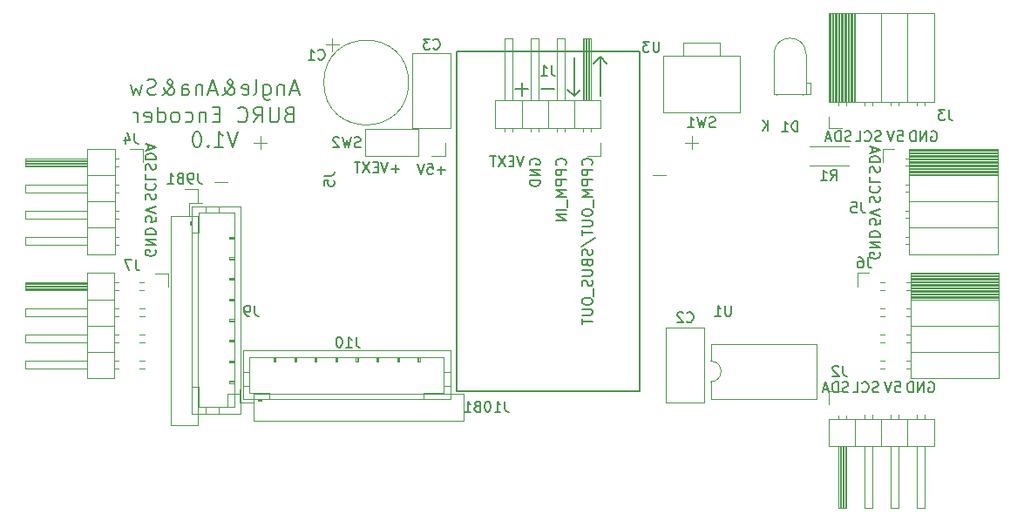
<source format=gbr>
%TF.GenerationSoftware,KiCad,Pcbnew,7.0.7*%
%TF.CreationDate,2023-09-10T17:47:14+02:00*%
%TF.ProjectId,Angle&Ana&Sw,416e676c-6526-4416-9e61-2653772e6b69,1.0*%
%TF.SameCoordinates,Original*%
%TF.FileFunction,Legend,Bot*%
%TF.FilePolarity,Positive*%
%FSLAX46Y46*%
G04 Gerber Fmt 4.6, Leading zero omitted, Abs format (unit mm)*
G04 Created by KiCad (PCBNEW 7.0.7) date 2023-09-10 17:47:14*
%MOMM*%
%LPD*%
G01*
G04 APERTURE LIST*
%ADD10C,0.210000*%
%ADD11C,0.120000*%
%ADD12C,0.150000*%
G04 APERTURE END LIST*
D10*
X179705000Y-101473000D02*
X180975000Y-101473000D01*
D11*
X147955000Y-110490000D02*
X149225000Y-110490000D01*
D10*
X182880000Y-102171500D02*
X183515000Y-101536500D01*
X185420000Y-98425000D02*
X185420000Y-102108000D01*
D11*
X194310000Y-107315000D02*
X194310000Y-106045000D01*
X159385000Y-96520000D02*
X159385000Y-97790000D01*
D10*
X177800000Y-100838000D02*
X177800000Y-102108000D01*
X182880000Y-98425000D02*
X182880000Y-102108000D01*
X182245000Y-101536500D02*
X182880000Y-102171500D01*
X177165000Y-101473000D02*
X178435000Y-101473000D01*
D11*
X152400000Y-106045000D02*
X152400000Y-107315000D01*
D10*
X185420000Y-98361500D02*
X184785000Y-98996500D01*
D11*
X193675000Y-106680000D02*
X194945000Y-106680000D01*
X151765000Y-106680000D02*
X153035000Y-106680000D01*
X158750000Y-97155000D02*
X160020000Y-97155000D01*
D10*
X185420000Y-98361500D02*
X186055000Y-98996500D01*
D11*
X190500000Y-109855000D02*
X191770000Y-109855000D01*
D12*
X170351220Y-109343866D02*
X169589316Y-109343866D01*
X169970268Y-109724819D02*
X169970268Y-108962914D01*
X168636935Y-108724819D02*
X169113125Y-108724819D01*
X169113125Y-108724819D02*
X169160744Y-109201009D01*
X169160744Y-109201009D02*
X169113125Y-109153390D01*
X169113125Y-109153390D02*
X169017887Y-109105771D01*
X169017887Y-109105771D02*
X168779792Y-109105771D01*
X168779792Y-109105771D02*
X168684554Y-109153390D01*
X168684554Y-109153390D02*
X168636935Y-109201009D01*
X168636935Y-109201009D02*
X168589316Y-109296247D01*
X168589316Y-109296247D02*
X168589316Y-109534342D01*
X168589316Y-109534342D02*
X168636935Y-109629580D01*
X168636935Y-109629580D02*
X168684554Y-109677200D01*
X168684554Y-109677200D02*
X168779792Y-109724819D01*
X168779792Y-109724819D02*
X169017887Y-109724819D01*
X169017887Y-109724819D02*
X169113125Y-109677200D01*
X169113125Y-109677200D02*
X169160744Y-109629580D01*
X168303601Y-108724819D02*
X167970268Y-109724819D01*
X167970268Y-109724819D02*
X167636935Y-108724819D01*
X212435839Y-130886200D02*
X212292982Y-130933819D01*
X212292982Y-130933819D02*
X212054887Y-130933819D01*
X212054887Y-130933819D02*
X211959649Y-130886200D01*
X211959649Y-130886200D02*
X211912030Y-130838580D01*
X211912030Y-130838580D02*
X211864411Y-130743342D01*
X211864411Y-130743342D02*
X211864411Y-130648104D01*
X211864411Y-130648104D02*
X211912030Y-130552866D01*
X211912030Y-130552866D02*
X211959649Y-130505247D01*
X211959649Y-130505247D02*
X212054887Y-130457628D01*
X212054887Y-130457628D02*
X212245363Y-130410009D01*
X212245363Y-130410009D02*
X212340601Y-130362390D01*
X212340601Y-130362390D02*
X212388220Y-130314771D01*
X212388220Y-130314771D02*
X212435839Y-130219533D01*
X212435839Y-130219533D02*
X212435839Y-130124295D01*
X212435839Y-130124295D02*
X212388220Y-130029057D01*
X212388220Y-130029057D02*
X212340601Y-129981438D01*
X212340601Y-129981438D02*
X212245363Y-129933819D01*
X212245363Y-129933819D02*
X212007268Y-129933819D01*
X212007268Y-129933819D02*
X211864411Y-129981438D01*
X210864411Y-130838580D02*
X210912030Y-130886200D01*
X210912030Y-130886200D02*
X211054887Y-130933819D01*
X211054887Y-130933819D02*
X211150125Y-130933819D01*
X211150125Y-130933819D02*
X211292982Y-130886200D01*
X211292982Y-130886200D02*
X211388220Y-130790961D01*
X211388220Y-130790961D02*
X211435839Y-130695723D01*
X211435839Y-130695723D02*
X211483458Y-130505247D01*
X211483458Y-130505247D02*
X211483458Y-130362390D01*
X211483458Y-130362390D02*
X211435839Y-130171914D01*
X211435839Y-130171914D02*
X211388220Y-130076676D01*
X211388220Y-130076676D02*
X211292982Y-129981438D01*
X211292982Y-129981438D02*
X211150125Y-129933819D01*
X211150125Y-129933819D02*
X211054887Y-129933819D01*
X211054887Y-129933819D02*
X210912030Y-129981438D01*
X210912030Y-129981438D02*
X210864411Y-130029057D01*
X209959649Y-130933819D02*
X210435839Y-130933819D01*
X210435839Y-130933819D02*
X210435839Y-129933819D01*
X214325030Y-105549819D02*
X214801220Y-105549819D01*
X214801220Y-105549819D02*
X214848839Y-106026009D01*
X214848839Y-106026009D02*
X214801220Y-105978390D01*
X214801220Y-105978390D02*
X214705982Y-105930771D01*
X214705982Y-105930771D02*
X214467887Y-105930771D01*
X214467887Y-105930771D02*
X214372649Y-105978390D01*
X214372649Y-105978390D02*
X214325030Y-106026009D01*
X214325030Y-106026009D02*
X214277411Y-106121247D01*
X214277411Y-106121247D02*
X214277411Y-106359342D01*
X214277411Y-106359342D02*
X214325030Y-106454580D01*
X214325030Y-106454580D02*
X214372649Y-106502200D01*
X214372649Y-106502200D02*
X214467887Y-106549819D01*
X214467887Y-106549819D02*
X214705982Y-106549819D01*
X214705982Y-106549819D02*
X214801220Y-106502200D01*
X214801220Y-106502200D02*
X214848839Y-106454580D01*
X213991696Y-105549819D02*
X213658363Y-106549819D01*
X213658363Y-106549819D02*
X213325030Y-105549819D01*
X214071030Y-129933819D02*
X214547220Y-129933819D01*
X214547220Y-129933819D02*
X214594839Y-130410009D01*
X214594839Y-130410009D02*
X214547220Y-130362390D01*
X214547220Y-130362390D02*
X214451982Y-130314771D01*
X214451982Y-130314771D02*
X214213887Y-130314771D01*
X214213887Y-130314771D02*
X214118649Y-130362390D01*
X214118649Y-130362390D02*
X214071030Y-130410009D01*
X214071030Y-130410009D02*
X214023411Y-130505247D01*
X214023411Y-130505247D02*
X214023411Y-130743342D01*
X214023411Y-130743342D02*
X214071030Y-130838580D01*
X214071030Y-130838580D02*
X214118649Y-130886200D01*
X214118649Y-130886200D02*
X214213887Y-130933819D01*
X214213887Y-130933819D02*
X214451982Y-130933819D01*
X214451982Y-130933819D02*
X214547220Y-130886200D01*
X214547220Y-130886200D02*
X214594839Y-130838580D01*
X213737696Y-129933819D02*
X213404363Y-130933819D01*
X213404363Y-130933819D02*
X213071030Y-129933819D01*
X211632800Y-112486839D02*
X211585180Y-112343982D01*
X211585180Y-112343982D02*
X211585180Y-112105887D01*
X211585180Y-112105887D02*
X211632800Y-112010649D01*
X211632800Y-112010649D02*
X211680419Y-111963030D01*
X211680419Y-111963030D02*
X211775657Y-111915411D01*
X211775657Y-111915411D02*
X211870895Y-111915411D01*
X211870895Y-111915411D02*
X211966133Y-111963030D01*
X211966133Y-111963030D02*
X212013752Y-112010649D01*
X212013752Y-112010649D02*
X212061371Y-112105887D01*
X212061371Y-112105887D02*
X212108990Y-112296363D01*
X212108990Y-112296363D02*
X212156609Y-112391601D01*
X212156609Y-112391601D02*
X212204228Y-112439220D01*
X212204228Y-112439220D02*
X212299466Y-112486839D01*
X212299466Y-112486839D02*
X212394704Y-112486839D01*
X212394704Y-112486839D02*
X212489942Y-112439220D01*
X212489942Y-112439220D02*
X212537561Y-112391601D01*
X212537561Y-112391601D02*
X212585180Y-112296363D01*
X212585180Y-112296363D02*
X212585180Y-112058268D01*
X212585180Y-112058268D02*
X212537561Y-111915411D01*
X211680419Y-110915411D02*
X211632800Y-110963030D01*
X211632800Y-110963030D02*
X211585180Y-111105887D01*
X211585180Y-111105887D02*
X211585180Y-111201125D01*
X211585180Y-111201125D02*
X211632800Y-111343982D01*
X211632800Y-111343982D02*
X211728038Y-111439220D01*
X211728038Y-111439220D02*
X211823276Y-111486839D01*
X211823276Y-111486839D02*
X212013752Y-111534458D01*
X212013752Y-111534458D02*
X212156609Y-111534458D01*
X212156609Y-111534458D02*
X212347085Y-111486839D01*
X212347085Y-111486839D02*
X212442323Y-111439220D01*
X212442323Y-111439220D02*
X212537561Y-111343982D01*
X212537561Y-111343982D02*
X212585180Y-111201125D01*
X212585180Y-111201125D02*
X212585180Y-111105887D01*
X212585180Y-111105887D02*
X212537561Y-110963030D01*
X212537561Y-110963030D02*
X212489942Y-110915411D01*
X211585180Y-110010649D02*
X211585180Y-110486839D01*
X211585180Y-110486839D02*
X212585180Y-110486839D01*
X212585180Y-114122030D02*
X212585180Y-114598220D01*
X212585180Y-114598220D02*
X212108990Y-114645839D01*
X212108990Y-114645839D02*
X212156609Y-114598220D01*
X212156609Y-114598220D02*
X212204228Y-114502982D01*
X212204228Y-114502982D02*
X212204228Y-114264887D01*
X212204228Y-114264887D02*
X212156609Y-114169649D01*
X212156609Y-114169649D02*
X212108990Y-114122030D01*
X212108990Y-114122030D02*
X212013752Y-114074411D01*
X212013752Y-114074411D02*
X211775657Y-114074411D01*
X211775657Y-114074411D02*
X211680419Y-114122030D01*
X211680419Y-114122030D02*
X211632800Y-114169649D01*
X211632800Y-114169649D02*
X211585180Y-114264887D01*
X211585180Y-114264887D02*
X211585180Y-114502982D01*
X211585180Y-114502982D02*
X211632800Y-114598220D01*
X211632800Y-114598220D02*
X211680419Y-114645839D01*
X212585180Y-113788696D02*
X211585180Y-113455363D01*
X211585180Y-113455363D02*
X212585180Y-113122030D01*
X184559580Y-108858207D02*
X184607200Y-108810588D01*
X184607200Y-108810588D02*
X184654819Y-108667731D01*
X184654819Y-108667731D02*
X184654819Y-108572493D01*
X184654819Y-108572493D02*
X184607200Y-108429636D01*
X184607200Y-108429636D02*
X184511961Y-108334398D01*
X184511961Y-108334398D02*
X184416723Y-108286779D01*
X184416723Y-108286779D02*
X184226247Y-108239160D01*
X184226247Y-108239160D02*
X184083390Y-108239160D01*
X184083390Y-108239160D02*
X183892914Y-108286779D01*
X183892914Y-108286779D02*
X183797676Y-108334398D01*
X183797676Y-108334398D02*
X183702438Y-108429636D01*
X183702438Y-108429636D02*
X183654819Y-108572493D01*
X183654819Y-108572493D02*
X183654819Y-108667731D01*
X183654819Y-108667731D02*
X183702438Y-108810588D01*
X183702438Y-108810588D02*
X183750057Y-108858207D01*
X184654819Y-109286779D02*
X183654819Y-109286779D01*
X183654819Y-109286779D02*
X183654819Y-109667731D01*
X183654819Y-109667731D02*
X183702438Y-109762969D01*
X183702438Y-109762969D02*
X183750057Y-109810588D01*
X183750057Y-109810588D02*
X183845295Y-109858207D01*
X183845295Y-109858207D02*
X183988152Y-109858207D01*
X183988152Y-109858207D02*
X184083390Y-109810588D01*
X184083390Y-109810588D02*
X184131009Y-109762969D01*
X184131009Y-109762969D02*
X184178628Y-109667731D01*
X184178628Y-109667731D02*
X184178628Y-109286779D01*
X184654819Y-110286779D02*
X183654819Y-110286779D01*
X183654819Y-110286779D02*
X183654819Y-110667731D01*
X183654819Y-110667731D02*
X183702438Y-110762969D01*
X183702438Y-110762969D02*
X183750057Y-110810588D01*
X183750057Y-110810588D02*
X183845295Y-110858207D01*
X183845295Y-110858207D02*
X183988152Y-110858207D01*
X183988152Y-110858207D02*
X184083390Y-110810588D01*
X184083390Y-110810588D02*
X184131009Y-110762969D01*
X184131009Y-110762969D02*
X184178628Y-110667731D01*
X184178628Y-110667731D02*
X184178628Y-110286779D01*
X184654819Y-111286779D02*
X183654819Y-111286779D01*
X183654819Y-111286779D02*
X184369104Y-111620112D01*
X184369104Y-111620112D02*
X183654819Y-111953445D01*
X183654819Y-111953445D02*
X184654819Y-111953445D01*
X184750057Y-112191541D02*
X184750057Y-112953445D01*
X183654819Y-113382017D02*
X183654819Y-113572493D01*
X183654819Y-113572493D02*
X183702438Y-113667731D01*
X183702438Y-113667731D02*
X183797676Y-113762969D01*
X183797676Y-113762969D02*
X183988152Y-113810588D01*
X183988152Y-113810588D02*
X184321485Y-113810588D01*
X184321485Y-113810588D02*
X184511961Y-113762969D01*
X184511961Y-113762969D02*
X184607200Y-113667731D01*
X184607200Y-113667731D02*
X184654819Y-113572493D01*
X184654819Y-113572493D02*
X184654819Y-113382017D01*
X184654819Y-113382017D02*
X184607200Y-113286779D01*
X184607200Y-113286779D02*
X184511961Y-113191541D01*
X184511961Y-113191541D02*
X184321485Y-113143922D01*
X184321485Y-113143922D02*
X183988152Y-113143922D01*
X183988152Y-113143922D02*
X183797676Y-113191541D01*
X183797676Y-113191541D02*
X183702438Y-113286779D01*
X183702438Y-113286779D02*
X183654819Y-113382017D01*
X183654819Y-114239160D02*
X184464342Y-114239160D01*
X184464342Y-114239160D02*
X184559580Y-114286779D01*
X184559580Y-114286779D02*
X184607200Y-114334398D01*
X184607200Y-114334398D02*
X184654819Y-114429636D01*
X184654819Y-114429636D02*
X184654819Y-114620112D01*
X184654819Y-114620112D02*
X184607200Y-114715350D01*
X184607200Y-114715350D02*
X184559580Y-114762969D01*
X184559580Y-114762969D02*
X184464342Y-114810588D01*
X184464342Y-114810588D02*
X183654819Y-114810588D01*
X183654819Y-115143922D02*
X183654819Y-115715350D01*
X184654819Y-115429636D02*
X183654819Y-115429636D01*
X183607200Y-116762969D02*
X184892914Y-115905827D01*
X184607200Y-117048684D02*
X184654819Y-117191541D01*
X184654819Y-117191541D02*
X184654819Y-117429636D01*
X184654819Y-117429636D02*
X184607200Y-117524874D01*
X184607200Y-117524874D02*
X184559580Y-117572493D01*
X184559580Y-117572493D02*
X184464342Y-117620112D01*
X184464342Y-117620112D02*
X184369104Y-117620112D01*
X184369104Y-117620112D02*
X184273866Y-117572493D01*
X184273866Y-117572493D02*
X184226247Y-117524874D01*
X184226247Y-117524874D02*
X184178628Y-117429636D01*
X184178628Y-117429636D02*
X184131009Y-117239160D01*
X184131009Y-117239160D02*
X184083390Y-117143922D01*
X184083390Y-117143922D02*
X184035771Y-117096303D01*
X184035771Y-117096303D02*
X183940533Y-117048684D01*
X183940533Y-117048684D02*
X183845295Y-117048684D01*
X183845295Y-117048684D02*
X183750057Y-117096303D01*
X183750057Y-117096303D02*
X183702438Y-117143922D01*
X183702438Y-117143922D02*
X183654819Y-117239160D01*
X183654819Y-117239160D02*
X183654819Y-117477255D01*
X183654819Y-117477255D02*
X183702438Y-117620112D01*
X184131009Y-118382017D02*
X184178628Y-118524874D01*
X184178628Y-118524874D02*
X184226247Y-118572493D01*
X184226247Y-118572493D02*
X184321485Y-118620112D01*
X184321485Y-118620112D02*
X184464342Y-118620112D01*
X184464342Y-118620112D02*
X184559580Y-118572493D01*
X184559580Y-118572493D02*
X184607200Y-118524874D01*
X184607200Y-118524874D02*
X184654819Y-118429636D01*
X184654819Y-118429636D02*
X184654819Y-118048684D01*
X184654819Y-118048684D02*
X183654819Y-118048684D01*
X183654819Y-118048684D02*
X183654819Y-118382017D01*
X183654819Y-118382017D02*
X183702438Y-118477255D01*
X183702438Y-118477255D02*
X183750057Y-118524874D01*
X183750057Y-118524874D02*
X183845295Y-118572493D01*
X183845295Y-118572493D02*
X183940533Y-118572493D01*
X183940533Y-118572493D02*
X184035771Y-118524874D01*
X184035771Y-118524874D02*
X184083390Y-118477255D01*
X184083390Y-118477255D02*
X184131009Y-118382017D01*
X184131009Y-118382017D02*
X184131009Y-118048684D01*
X183654819Y-119048684D02*
X184464342Y-119048684D01*
X184464342Y-119048684D02*
X184559580Y-119096303D01*
X184559580Y-119096303D02*
X184607200Y-119143922D01*
X184607200Y-119143922D02*
X184654819Y-119239160D01*
X184654819Y-119239160D02*
X184654819Y-119429636D01*
X184654819Y-119429636D02*
X184607200Y-119524874D01*
X184607200Y-119524874D02*
X184559580Y-119572493D01*
X184559580Y-119572493D02*
X184464342Y-119620112D01*
X184464342Y-119620112D02*
X183654819Y-119620112D01*
X184607200Y-120048684D02*
X184654819Y-120191541D01*
X184654819Y-120191541D02*
X184654819Y-120429636D01*
X184654819Y-120429636D02*
X184607200Y-120524874D01*
X184607200Y-120524874D02*
X184559580Y-120572493D01*
X184559580Y-120572493D02*
X184464342Y-120620112D01*
X184464342Y-120620112D02*
X184369104Y-120620112D01*
X184369104Y-120620112D02*
X184273866Y-120572493D01*
X184273866Y-120572493D02*
X184226247Y-120524874D01*
X184226247Y-120524874D02*
X184178628Y-120429636D01*
X184178628Y-120429636D02*
X184131009Y-120239160D01*
X184131009Y-120239160D02*
X184083390Y-120143922D01*
X184083390Y-120143922D02*
X184035771Y-120096303D01*
X184035771Y-120096303D02*
X183940533Y-120048684D01*
X183940533Y-120048684D02*
X183845295Y-120048684D01*
X183845295Y-120048684D02*
X183750057Y-120096303D01*
X183750057Y-120096303D02*
X183702438Y-120143922D01*
X183702438Y-120143922D02*
X183654819Y-120239160D01*
X183654819Y-120239160D02*
X183654819Y-120477255D01*
X183654819Y-120477255D02*
X183702438Y-120620112D01*
X184750057Y-120810589D02*
X184750057Y-121572493D01*
X183654819Y-122001065D02*
X183654819Y-122191541D01*
X183654819Y-122191541D02*
X183702438Y-122286779D01*
X183702438Y-122286779D02*
X183797676Y-122382017D01*
X183797676Y-122382017D02*
X183988152Y-122429636D01*
X183988152Y-122429636D02*
X184321485Y-122429636D01*
X184321485Y-122429636D02*
X184511961Y-122382017D01*
X184511961Y-122382017D02*
X184607200Y-122286779D01*
X184607200Y-122286779D02*
X184654819Y-122191541D01*
X184654819Y-122191541D02*
X184654819Y-122001065D01*
X184654819Y-122001065D02*
X184607200Y-121905827D01*
X184607200Y-121905827D02*
X184511961Y-121810589D01*
X184511961Y-121810589D02*
X184321485Y-121762970D01*
X184321485Y-121762970D02*
X183988152Y-121762970D01*
X183988152Y-121762970D02*
X183797676Y-121810589D01*
X183797676Y-121810589D02*
X183702438Y-121905827D01*
X183702438Y-121905827D02*
X183654819Y-122001065D01*
X183654819Y-122858208D02*
X184464342Y-122858208D01*
X184464342Y-122858208D02*
X184559580Y-122905827D01*
X184559580Y-122905827D02*
X184607200Y-122953446D01*
X184607200Y-122953446D02*
X184654819Y-123048684D01*
X184654819Y-123048684D02*
X184654819Y-123239160D01*
X184654819Y-123239160D02*
X184607200Y-123334398D01*
X184607200Y-123334398D02*
X184559580Y-123382017D01*
X184559580Y-123382017D02*
X184464342Y-123429636D01*
X184464342Y-123429636D02*
X183654819Y-123429636D01*
X183654819Y-123762970D02*
X183654819Y-124334398D01*
X184654819Y-124048684D02*
X183654819Y-124048684D01*
X201720220Y-105533819D02*
X201720220Y-104533819D01*
X201148792Y-105533819D02*
X201577363Y-104962390D01*
X201148792Y-104533819D02*
X201720220Y-105105247D01*
X212689839Y-106502200D02*
X212546982Y-106549819D01*
X212546982Y-106549819D02*
X212308887Y-106549819D01*
X212308887Y-106549819D02*
X212213649Y-106502200D01*
X212213649Y-106502200D02*
X212166030Y-106454580D01*
X212166030Y-106454580D02*
X212118411Y-106359342D01*
X212118411Y-106359342D02*
X212118411Y-106264104D01*
X212118411Y-106264104D02*
X212166030Y-106168866D01*
X212166030Y-106168866D02*
X212213649Y-106121247D01*
X212213649Y-106121247D02*
X212308887Y-106073628D01*
X212308887Y-106073628D02*
X212499363Y-106026009D01*
X212499363Y-106026009D02*
X212594601Y-105978390D01*
X212594601Y-105978390D02*
X212642220Y-105930771D01*
X212642220Y-105930771D02*
X212689839Y-105835533D01*
X212689839Y-105835533D02*
X212689839Y-105740295D01*
X212689839Y-105740295D02*
X212642220Y-105645057D01*
X212642220Y-105645057D02*
X212594601Y-105597438D01*
X212594601Y-105597438D02*
X212499363Y-105549819D01*
X212499363Y-105549819D02*
X212261268Y-105549819D01*
X212261268Y-105549819D02*
X212118411Y-105597438D01*
X211118411Y-106454580D02*
X211166030Y-106502200D01*
X211166030Y-106502200D02*
X211308887Y-106549819D01*
X211308887Y-106549819D02*
X211404125Y-106549819D01*
X211404125Y-106549819D02*
X211546982Y-106502200D01*
X211546982Y-106502200D02*
X211642220Y-106406961D01*
X211642220Y-106406961D02*
X211689839Y-106311723D01*
X211689839Y-106311723D02*
X211737458Y-106121247D01*
X211737458Y-106121247D02*
X211737458Y-105978390D01*
X211737458Y-105978390D02*
X211689839Y-105787914D01*
X211689839Y-105787914D02*
X211642220Y-105692676D01*
X211642220Y-105692676D02*
X211546982Y-105597438D01*
X211546982Y-105597438D02*
X211404125Y-105549819D01*
X211404125Y-105549819D02*
X211308887Y-105549819D01*
X211308887Y-105549819D02*
X211166030Y-105597438D01*
X211166030Y-105597438D02*
X211118411Y-105645057D01*
X210213649Y-106549819D02*
X210689839Y-106549819D01*
X210689839Y-106549819D02*
X210689839Y-105549819D01*
X212537561Y-117376411D02*
X212585180Y-117471649D01*
X212585180Y-117471649D02*
X212585180Y-117614506D01*
X212585180Y-117614506D02*
X212537561Y-117757363D01*
X212537561Y-117757363D02*
X212442323Y-117852601D01*
X212442323Y-117852601D02*
X212347085Y-117900220D01*
X212347085Y-117900220D02*
X212156609Y-117947839D01*
X212156609Y-117947839D02*
X212013752Y-117947839D01*
X212013752Y-117947839D02*
X211823276Y-117900220D01*
X211823276Y-117900220D02*
X211728038Y-117852601D01*
X211728038Y-117852601D02*
X211632800Y-117757363D01*
X211632800Y-117757363D02*
X211585180Y-117614506D01*
X211585180Y-117614506D02*
X211585180Y-117519268D01*
X211585180Y-117519268D02*
X211632800Y-117376411D01*
X211632800Y-117376411D02*
X211680419Y-117328792D01*
X211680419Y-117328792D02*
X212013752Y-117328792D01*
X212013752Y-117328792D02*
X212013752Y-117519268D01*
X211585180Y-116900220D02*
X212585180Y-116900220D01*
X212585180Y-116900220D02*
X211585180Y-116328792D01*
X211585180Y-116328792D02*
X212585180Y-116328792D01*
X211585180Y-115852601D02*
X212585180Y-115852601D01*
X212585180Y-115852601D02*
X212585180Y-115614506D01*
X212585180Y-115614506D02*
X212537561Y-115471649D01*
X212537561Y-115471649D02*
X212442323Y-115376411D01*
X212442323Y-115376411D02*
X212347085Y-115328792D01*
X212347085Y-115328792D02*
X212156609Y-115281173D01*
X212156609Y-115281173D02*
X212013752Y-115281173D01*
X212013752Y-115281173D02*
X211823276Y-115328792D01*
X211823276Y-115328792D02*
X211728038Y-115376411D01*
X211728038Y-115376411D02*
X211632800Y-115471649D01*
X211632800Y-115471649D02*
X211585180Y-115614506D01*
X211585180Y-115614506D02*
X211585180Y-115852601D01*
X142179561Y-117122411D02*
X142227180Y-117217649D01*
X142227180Y-117217649D02*
X142227180Y-117360506D01*
X142227180Y-117360506D02*
X142179561Y-117503363D01*
X142179561Y-117503363D02*
X142084323Y-117598601D01*
X142084323Y-117598601D02*
X141989085Y-117646220D01*
X141989085Y-117646220D02*
X141798609Y-117693839D01*
X141798609Y-117693839D02*
X141655752Y-117693839D01*
X141655752Y-117693839D02*
X141465276Y-117646220D01*
X141465276Y-117646220D02*
X141370038Y-117598601D01*
X141370038Y-117598601D02*
X141274800Y-117503363D01*
X141274800Y-117503363D02*
X141227180Y-117360506D01*
X141227180Y-117360506D02*
X141227180Y-117265268D01*
X141227180Y-117265268D02*
X141274800Y-117122411D01*
X141274800Y-117122411D02*
X141322419Y-117074792D01*
X141322419Y-117074792D02*
X141655752Y-117074792D01*
X141655752Y-117074792D02*
X141655752Y-117265268D01*
X141227180Y-116646220D02*
X142227180Y-116646220D01*
X142227180Y-116646220D02*
X141227180Y-116074792D01*
X141227180Y-116074792D02*
X142227180Y-116074792D01*
X141227180Y-115598601D02*
X142227180Y-115598601D01*
X142227180Y-115598601D02*
X142227180Y-115360506D01*
X142227180Y-115360506D02*
X142179561Y-115217649D01*
X142179561Y-115217649D02*
X142084323Y-115122411D01*
X142084323Y-115122411D02*
X141989085Y-115074792D01*
X141989085Y-115074792D02*
X141798609Y-115027173D01*
X141798609Y-115027173D02*
X141655752Y-115027173D01*
X141655752Y-115027173D02*
X141465276Y-115074792D01*
X141465276Y-115074792D02*
X141370038Y-115122411D01*
X141370038Y-115122411D02*
X141274800Y-115217649D01*
X141274800Y-115217649D02*
X141227180Y-115360506D01*
X141227180Y-115360506D02*
X141227180Y-115598601D01*
X182019580Y-108858207D02*
X182067200Y-108810588D01*
X182067200Y-108810588D02*
X182114819Y-108667731D01*
X182114819Y-108667731D02*
X182114819Y-108572493D01*
X182114819Y-108572493D02*
X182067200Y-108429636D01*
X182067200Y-108429636D02*
X181971961Y-108334398D01*
X181971961Y-108334398D02*
X181876723Y-108286779D01*
X181876723Y-108286779D02*
X181686247Y-108239160D01*
X181686247Y-108239160D02*
X181543390Y-108239160D01*
X181543390Y-108239160D02*
X181352914Y-108286779D01*
X181352914Y-108286779D02*
X181257676Y-108334398D01*
X181257676Y-108334398D02*
X181162438Y-108429636D01*
X181162438Y-108429636D02*
X181114819Y-108572493D01*
X181114819Y-108572493D02*
X181114819Y-108667731D01*
X181114819Y-108667731D02*
X181162438Y-108810588D01*
X181162438Y-108810588D02*
X181210057Y-108858207D01*
X182114819Y-109286779D02*
X181114819Y-109286779D01*
X181114819Y-109286779D02*
X181114819Y-109667731D01*
X181114819Y-109667731D02*
X181162438Y-109762969D01*
X181162438Y-109762969D02*
X181210057Y-109810588D01*
X181210057Y-109810588D02*
X181305295Y-109858207D01*
X181305295Y-109858207D02*
X181448152Y-109858207D01*
X181448152Y-109858207D02*
X181543390Y-109810588D01*
X181543390Y-109810588D02*
X181591009Y-109762969D01*
X181591009Y-109762969D02*
X181638628Y-109667731D01*
X181638628Y-109667731D02*
X181638628Y-109286779D01*
X182114819Y-110286779D02*
X181114819Y-110286779D01*
X181114819Y-110286779D02*
X181114819Y-110667731D01*
X181114819Y-110667731D02*
X181162438Y-110762969D01*
X181162438Y-110762969D02*
X181210057Y-110810588D01*
X181210057Y-110810588D02*
X181305295Y-110858207D01*
X181305295Y-110858207D02*
X181448152Y-110858207D01*
X181448152Y-110858207D02*
X181543390Y-110810588D01*
X181543390Y-110810588D02*
X181591009Y-110762969D01*
X181591009Y-110762969D02*
X181638628Y-110667731D01*
X181638628Y-110667731D02*
X181638628Y-110286779D01*
X182114819Y-111286779D02*
X181114819Y-111286779D01*
X181114819Y-111286779D02*
X181829104Y-111620112D01*
X181829104Y-111620112D02*
X181114819Y-111953445D01*
X181114819Y-111953445D02*
X182114819Y-111953445D01*
X182210057Y-112191541D02*
X182210057Y-112953445D01*
X182114819Y-113191541D02*
X181114819Y-113191541D01*
X182114819Y-113667731D02*
X181114819Y-113667731D01*
X181114819Y-113667731D02*
X182114819Y-114239159D01*
X182114819Y-114239159D02*
X181114819Y-114239159D01*
X209768839Y-106502200D02*
X209625982Y-106549819D01*
X209625982Y-106549819D02*
X209387887Y-106549819D01*
X209387887Y-106549819D02*
X209292649Y-106502200D01*
X209292649Y-106502200D02*
X209245030Y-106454580D01*
X209245030Y-106454580D02*
X209197411Y-106359342D01*
X209197411Y-106359342D02*
X209197411Y-106264104D01*
X209197411Y-106264104D02*
X209245030Y-106168866D01*
X209245030Y-106168866D02*
X209292649Y-106121247D01*
X209292649Y-106121247D02*
X209387887Y-106073628D01*
X209387887Y-106073628D02*
X209578363Y-106026009D01*
X209578363Y-106026009D02*
X209673601Y-105978390D01*
X209673601Y-105978390D02*
X209721220Y-105930771D01*
X209721220Y-105930771D02*
X209768839Y-105835533D01*
X209768839Y-105835533D02*
X209768839Y-105740295D01*
X209768839Y-105740295D02*
X209721220Y-105645057D01*
X209721220Y-105645057D02*
X209673601Y-105597438D01*
X209673601Y-105597438D02*
X209578363Y-105549819D01*
X209578363Y-105549819D02*
X209340268Y-105549819D01*
X209340268Y-105549819D02*
X209197411Y-105597438D01*
X208768839Y-106549819D02*
X208768839Y-105549819D01*
X208768839Y-105549819D02*
X208530744Y-105549819D01*
X208530744Y-105549819D02*
X208387887Y-105597438D01*
X208387887Y-105597438D02*
X208292649Y-105692676D01*
X208292649Y-105692676D02*
X208245030Y-105787914D01*
X208245030Y-105787914D02*
X208197411Y-105978390D01*
X208197411Y-105978390D02*
X208197411Y-106121247D01*
X208197411Y-106121247D02*
X208245030Y-106311723D01*
X208245030Y-106311723D02*
X208292649Y-106406961D01*
X208292649Y-106406961D02*
X208387887Y-106502200D01*
X208387887Y-106502200D02*
X208530744Y-106549819D01*
X208530744Y-106549819D02*
X208768839Y-106549819D01*
X207816458Y-106264104D02*
X207340268Y-106264104D01*
X207911696Y-106549819D02*
X207578363Y-105549819D01*
X207578363Y-105549819D02*
X207245030Y-106549819D01*
X178622438Y-108810588D02*
X178574819Y-108715350D01*
X178574819Y-108715350D02*
X178574819Y-108572493D01*
X178574819Y-108572493D02*
X178622438Y-108429636D01*
X178622438Y-108429636D02*
X178717676Y-108334398D01*
X178717676Y-108334398D02*
X178812914Y-108286779D01*
X178812914Y-108286779D02*
X179003390Y-108239160D01*
X179003390Y-108239160D02*
X179146247Y-108239160D01*
X179146247Y-108239160D02*
X179336723Y-108286779D01*
X179336723Y-108286779D02*
X179431961Y-108334398D01*
X179431961Y-108334398D02*
X179527200Y-108429636D01*
X179527200Y-108429636D02*
X179574819Y-108572493D01*
X179574819Y-108572493D02*
X179574819Y-108667731D01*
X179574819Y-108667731D02*
X179527200Y-108810588D01*
X179527200Y-108810588D02*
X179479580Y-108858207D01*
X179479580Y-108858207D02*
X179146247Y-108858207D01*
X179146247Y-108858207D02*
X179146247Y-108667731D01*
X179574819Y-109286779D02*
X178574819Y-109286779D01*
X178574819Y-109286779D02*
X179574819Y-109858207D01*
X179574819Y-109858207D02*
X178574819Y-109858207D01*
X179574819Y-110334398D02*
X178574819Y-110334398D01*
X178574819Y-110334398D02*
X178574819Y-110572493D01*
X178574819Y-110572493D02*
X178622438Y-110715350D01*
X178622438Y-110715350D02*
X178717676Y-110810588D01*
X178717676Y-110810588D02*
X178812914Y-110858207D01*
X178812914Y-110858207D02*
X179003390Y-110905826D01*
X179003390Y-110905826D02*
X179146247Y-110905826D01*
X179146247Y-110905826D02*
X179336723Y-110858207D01*
X179336723Y-110858207D02*
X179431961Y-110810588D01*
X179431961Y-110810588D02*
X179527200Y-110715350D01*
X179527200Y-110715350D02*
X179574819Y-110572493D01*
X179574819Y-110572493D02*
X179574819Y-110334398D01*
X165906220Y-109216866D02*
X165144316Y-109216866D01*
X165525268Y-109597819D02*
X165525268Y-108835914D01*
X164810982Y-108597819D02*
X164477649Y-109597819D01*
X164477649Y-109597819D02*
X164144316Y-108597819D01*
X163810982Y-109074009D02*
X163477649Y-109074009D01*
X163334792Y-109597819D02*
X163810982Y-109597819D01*
X163810982Y-109597819D02*
X163810982Y-108597819D01*
X163810982Y-108597819D02*
X163334792Y-108597819D01*
X163001458Y-108597819D02*
X162334792Y-109597819D01*
X162334792Y-108597819D02*
X163001458Y-109597819D01*
X162096696Y-108597819D02*
X161525268Y-108597819D01*
X161810982Y-109597819D02*
X161810982Y-108597819D01*
X142227180Y-113868030D02*
X142227180Y-114344220D01*
X142227180Y-114344220D02*
X141750990Y-114391839D01*
X141750990Y-114391839D02*
X141798609Y-114344220D01*
X141798609Y-114344220D02*
X141846228Y-114248982D01*
X141846228Y-114248982D02*
X141846228Y-114010887D01*
X141846228Y-114010887D02*
X141798609Y-113915649D01*
X141798609Y-113915649D02*
X141750990Y-113868030D01*
X141750990Y-113868030D02*
X141655752Y-113820411D01*
X141655752Y-113820411D02*
X141417657Y-113820411D01*
X141417657Y-113820411D02*
X141322419Y-113868030D01*
X141322419Y-113868030D02*
X141274800Y-113915649D01*
X141274800Y-113915649D02*
X141227180Y-114010887D01*
X141227180Y-114010887D02*
X141227180Y-114248982D01*
X141227180Y-114248982D02*
X141274800Y-114344220D01*
X141274800Y-114344220D02*
X141322419Y-114391839D01*
X142227180Y-113534696D02*
X141227180Y-113201363D01*
X141227180Y-113201363D02*
X142227180Y-112868030D01*
X209514839Y-130886200D02*
X209371982Y-130933819D01*
X209371982Y-130933819D02*
X209133887Y-130933819D01*
X209133887Y-130933819D02*
X209038649Y-130886200D01*
X209038649Y-130886200D02*
X208991030Y-130838580D01*
X208991030Y-130838580D02*
X208943411Y-130743342D01*
X208943411Y-130743342D02*
X208943411Y-130648104D01*
X208943411Y-130648104D02*
X208991030Y-130552866D01*
X208991030Y-130552866D02*
X209038649Y-130505247D01*
X209038649Y-130505247D02*
X209133887Y-130457628D01*
X209133887Y-130457628D02*
X209324363Y-130410009D01*
X209324363Y-130410009D02*
X209419601Y-130362390D01*
X209419601Y-130362390D02*
X209467220Y-130314771D01*
X209467220Y-130314771D02*
X209514839Y-130219533D01*
X209514839Y-130219533D02*
X209514839Y-130124295D01*
X209514839Y-130124295D02*
X209467220Y-130029057D01*
X209467220Y-130029057D02*
X209419601Y-129981438D01*
X209419601Y-129981438D02*
X209324363Y-129933819D01*
X209324363Y-129933819D02*
X209086268Y-129933819D01*
X209086268Y-129933819D02*
X208943411Y-129981438D01*
X208514839Y-130933819D02*
X208514839Y-129933819D01*
X208514839Y-129933819D02*
X208276744Y-129933819D01*
X208276744Y-129933819D02*
X208133887Y-129981438D01*
X208133887Y-129981438D02*
X208038649Y-130076676D01*
X208038649Y-130076676D02*
X207991030Y-130171914D01*
X207991030Y-130171914D02*
X207943411Y-130362390D01*
X207943411Y-130362390D02*
X207943411Y-130505247D01*
X207943411Y-130505247D02*
X207991030Y-130695723D01*
X207991030Y-130695723D02*
X208038649Y-130790961D01*
X208038649Y-130790961D02*
X208133887Y-130886200D01*
X208133887Y-130886200D02*
X208276744Y-130933819D01*
X208276744Y-130933819D02*
X208514839Y-130933819D01*
X207562458Y-130648104D02*
X207086268Y-130648104D01*
X207657696Y-130933819D02*
X207324363Y-129933819D01*
X207324363Y-129933819D02*
X206991030Y-130933819D01*
X217579411Y-105597438D02*
X217674649Y-105549819D01*
X217674649Y-105549819D02*
X217817506Y-105549819D01*
X217817506Y-105549819D02*
X217960363Y-105597438D01*
X217960363Y-105597438D02*
X218055601Y-105692676D01*
X218055601Y-105692676D02*
X218103220Y-105787914D01*
X218103220Y-105787914D02*
X218150839Y-105978390D01*
X218150839Y-105978390D02*
X218150839Y-106121247D01*
X218150839Y-106121247D02*
X218103220Y-106311723D01*
X218103220Y-106311723D02*
X218055601Y-106406961D01*
X218055601Y-106406961D02*
X217960363Y-106502200D01*
X217960363Y-106502200D02*
X217817506Y-106549819D01*
X217817506Y-106549819D02*
X217722268Y-106549819D01*
X217722268Y-106549819D02*
X217579411Y-106502200D01*
X217579411Y-106502200D02*
X217531792Y-106454580D01*
X217531792Y-106454580D02*
X217531792Y-106121247D01*
X217531792Y-106121247D02*
X217722268Y-106121247D01*
X217103220Y-106549819D02*
X217103220Y-105549819D01*
X217103220Y-105549819D02*
X216531792Y-106549819D01*
X216531792Y-106549819D02*
X216531792Y-105549819D01*
X216055601Y-106549819D02*
X216055601Y-105549819D01*
X216055601Y-105549819D02*
X215817506Y-105549819D01*
X215817506Y-105549819D02*
X215674649Y-105597438D01*
X215674649Y-105597438D02*
X215579411Y-105692676D01*
X215579411Y-105692676D02*
X215531792Y-105787914D01*
X215531792Y-105787914D02*
X215484173Y-105978390D01*
X215484173Y-105978390D02*
X215484173Y-106121247D01*
X215484173Y-106121247D02*
X215531792Y-106311723D01*
X215531792Y-106311723D02*
X215579411Y-106406961D01*
X215579411Y-106406961D02*
X215674649Y-106502200D01*
X215674649Y-106502200D02*
X215817506Y-106549819D01*
X215817506Y-106549819D02*
X216055601Y-106549819D01*
X177987077Y-107962819D02*
X177653744Y-108962819D01*
X177653744Y-108962819D02*
X177320411Y-107962819D01*
X176987077Y-108439009D02*
X176653744Y-108439009D01*
X176510887Y-108962819D02*
X176987077Y-108962819D01*
X176987077Y-108962819D02*
X176987077Y-107962819D01*
X176987077Y-107962819D02*
X176510887Y-107962819D01*
X176177553Y-107962819D02*
X175510887Y-108962819D01*
X175510887Y-107962819D02*
X176177553Y-108962819D01*
X175272791Y-107962819D02*
X174701363Y-107962819D01*
X174987077Y-108962819D02*
X174987077Y-107962819D01*
X211632800Y-109565839D02*
X211585180Y-109422982D01*
X211585180Y-109422982D02*
X211585180Y-109184887D01*
X211585180Y-109184887D02*
X211632800Y-109089649D01*
X211632800Y-109089649D02*
X211680419Y-109042030D01*
X211680419Y-109042030D02*
X211775657Y-108994411D01*
X211775657Y-108994411D02*
X211870895Y-108994411D01*
X211870895Y-108994411D02*
X211966133Y-109042030D01*
X211966133Y-109042030D02*
X212013752Y-109089649D01*
X212013752Y-109089649D02*
X212061371Y-109184887D01*
X212061371Y-109184887D02*
X212108990Y-109375363D01*
X212108990Y-109375363D02*
X212156609Y-109470601D01*
X212156609Y-109470601D02*
X212204228Y-109518220D01*
X212204228Y-109518220D02*
X212299466Y-109565839D01*
X212299466Y-109565839D02*
X212394704Y-109565839D01*
X212394704Y-109565839D02*
X212489942Y-109518220D01*
X212489942Y-109518220D02*
X212537561Y-109470601D01*
X212537561Y-109470601D02*
X212585180Y-109375363D01*
X212585180Y-109375363D02*
X212585180Y-109137268D01*
X212585180Y-109137268D02*
X212537561Y-108994411D01*
X211585180Y-108565839D02*
X212585180Y-108565839D01*
X212585180Y-108565839D02*
X212585180Y-108327744D01*
X212585180Y-108327744D02*
X212537561Y-108184887D01*
X212537561Y-108184887D02*
X212442323Y-108089649D01*
X212442323Y-108089649D02*
X212347085Y-108042030D01*
X212347085Y-108042030D02*
X212156609Y-107994411D01*
X212156609Y-107994411D02*
X212013752Y-107994411D01*
X212013752Y-107994411D02*
X211823276Y-108042030D01*
X211823276Y-108042030D02*
X211728038Y-108089649D01*
X211728038Y-108089649D02*
X211632800Y-108184887D01*
X211632800Y-108184887D02*
X211585180Y-108327744D01*
X211585180Y-108327744D02*
X211585180Y-108565839D01*
X211870895Y-107613458D02*
X211870895Y-107137268D01*
X211585180Y-107708696D02*
X212585180Y-107375363D01*
X212585180Y-107375363D02*
X211585180Y-107042030D01*
D10*
X155169285Y-103919794D02*
X154954999Y-103991222D01*
X154954999Y-103991222D02*
X154883570Y-104062651D01*
X154883570Y-104062651D02*
X154812142Y-104205508D01*
X154812142Y-104205508D02*
X154812142Y-104419794D01*
X154812142Y-104419794D02*
X154883570Y-104562651D01*
X154883570Y-104562651D02*
X154954999Y-104634080D01*
X154954999Y-104634080D02*
X155097856Y-104705508D01*
X155097856Y-104705508D02*
X155669285Y-104705508D01*
X155669285Y-104705508D02*
X155669285Y-103205508D01*
X155669285Y-103205508D02*
X155169285Y-103205508D01*
X155169285Y-103205508D02*
X155026428Y-103276937D01*
X155026428Y-103276937D02*
X154954999Y-103348365D01*
X154954999Y-103348365D02*
X154883570Y-103491222D01*
X154883570Y-103491222D02*
X154883570Y-103634080D01*
X154883570Y-103634080D02*
X154954999Y-103776937D01*
X154954999Y-103776937D02*
X155026428Y-103848365D01*
X155026428Y-103848365D02*
X155169285Y-103919794D01*
X155169285Y-103919794D02*
X155669285Y-103919794D01*
X154169285Y-103205508D02*
X154169285Y-104419794D01*
X154169285Y-104419794D02*
X154097856Y-104562651D01*
X154097856Y-104562651D02*
X154026428Y-104634080D01*
X154026428Y-104634080D02*
X153883570Y-104705508D01*
X153883570Y-104705508D02*
X153597856Y-104705508D01*
X153597856Y-104705508D02*
X153454999Y-104634080D01*
X153454999Y-104634080D02*
X153383570Y-104562651D01*
X153383570Y-104562651D02*
X153312142Y-104419794D01*
X153312142Y-104419794D02*
X153312142Y-103205508D01*
X151740713Y-104705508D02*
X152240713Y-103991222D01*
X152597856Y-104705508D02*
X152597856Y-103205508D01*
X152597856Y-103205508D02*
X152026427Y-103205508D01*
X152026427Y-103205508D02*
X151883570Y-103276937D01*
X151883570Y-103276937D02*
X151812141Y-103348365D01*
X151812141Y-103348365D02*
X151740713Y-103491222D01*
X151740713Y-103491222D02*
X151740713Y-103705508D01*
X151740713Y-103705508D02*
X151812141Y-103848365D01*
X151812141Y-103848365D02*
X151883570Y-103919794D01*
X151883570Y-103919794D02*
X152026427Y-103991222D01*
X152026427Y-103991222D02*
X152597856Y-103991222D01*
X150240713Y-104562651D02*
X150312141Y-104634080D01*
X150312141Y-104634080D02*
X150526427Y-104705508D01*
X150526427Y-104705508D02*
X150669284Y-104705508D01*
X150669284Y-104705508D02*
X150883570Y-104634080D01*
X150883570Y-104634080D02*
X151026427Y-104491222D01*
X151026427Y-104491222D02*
X151097856Y-104348365D01*
X151097856Y-104348365D02*
X151169284Y-104062651D01*
X151169284Y-104062651D02*
X151169284Y-103848365D01*
X151169284Y-103848365D02*
X151097856Y-103562651D01*
X151097856Y-103562651D02*
X151026427Y-103419794D01*
X151026427Y-103419794D02*
X150883570Y-103276937D01*
X150883570Y-103276937D02*
X150669284Y-103205508D01*
X150669284Y-103205508D02*
X150526427Y-103205508D01*
X150526427Y-103205508D02*
X150312141Y-103276937D01*
X150312141Y-103276937D02*
X150240713Y-103348365D01*
X148454999Y-103919794D02*
X147954999Y-103919794D01*
X147740713Y-104705508D02*
X148454999Y-104705508D01*
X148454999Y-104705508D02*
X148454999Y-103205508D01*
X148454999Y-103205508D02*
X147740713Y-103205508D01*
X147097856Y-103705508D02*
X147097856Y-104705508D01*
X147097856Y-103848365D02*
X147026427Y-103776937D01*
X147026427Y-103776937D02*
X146883570Y-103705508D01*
X146883570Y-103705508D02*
X146669284Y-103705508D01*
X146669284Y-103705508D02*
X146526427Y-103776937D01*
X146526427Y-103776937D02*
X146454999Y-103919794D01*
X146454999Y-103919794D02*
X146454999Y-104705508D01*
X145097856Y-104634080D02*
X145240713Y-104705508D01*
X145240713Y-104705508D02*
X145526427Y-104705508D01*
X145526427Y-104705508D02*
X145669284Y-104634080D01*
X145669284Y-104634080D02*
X145740713Y-104562651D01*
X145740713Y-104562651D02*
X145812141Y-104419794D01*
X145812141Y-104419794D02*
X145812141Y-103991222D01*
X145812141Y-103991222D02*
X145740713Y-103848365D01*
X145740713Y-103848365D02*
X145669284Y-103776937D01*
X145669284Y-103776937D02*
X145526427Y-103705508D01*
X145526427Y-103705508D02*
X145240713Y-103705508D01*
X145240713Y-103705508D02*
X145097856Y-103776937D01*
X144240713Y-104705508D02*
X144383570Y-104634080D01*
X144383570Y-104634080D02*
X144454999Y-104562651D01*
X144454999Y-104562651D02*
X144526427Y-104419794D01*
X144526427Y-104419794D02*
X144526427Y-103991222D01*
X144526427Y-103991222D02*
X144454999Y-103848365D01*
X144454999Y-103848365D02*
X144383570Y-103776937D01*
X144383570Y-103776937D02*
X144240713Y-103705508D01*
X144240713Y-103705508D02*
X144026427Y-103705508D01*
X144026427Y-103705508D02*
X143883570Y-103776937D01*
X143883570Y-103776937D02*
X143812142Y-103848365D01*
X143812142Y-103848365D02*
X143740713Y-103991222D01*
X143740713Y-103991222D02*
X143740713Y-104419794D01*
X143740713Y-104419794D02*
X143812142Y-104562651D01*
X143812142Y-104562651D02*
X143883570Y-104634080D01*
X143883570Y-104634080D02*
X144026427Y-104705508D01*
X144026427Y-104705508D02*
X144240713Y-104705508D01*
X142454999Y-104705508D02*
X142454999Y-103205508D01*
X142454999Y-104634080D02*
X142597856Y-104705508D01*
X142597856Y-104705508D02*
X142883570Y-104705508D01*
X142883570Y-104705508D02*
X143026427Y-104634080D01*
X143026427Y-104634080D02*
X143097856Y-104562651D01*
X143097856Y-104562651D02*
X143169284Y-104419794D01*
X143169284Y-104419794D02*
X143169284Y-103991222D01*
X143169284Y-103991222D02*
X143097856Y-103848365D01*
X143097856Y-103848365D02*
X143026427Y-103776937D01*
X143026427Y-103776937D02*
X142883570Y-103705508D01*
X142883570Y-103705508D02*
X142597856Y-103705508D01*
X142597856Y-103705508D02*
X142454999Y-103776937D01*
X141169284Y-104634080D02*
X141312141Y-104705508D01*
X141312141Y-104705508D02*
X141597856Y-104705508D01*
X141597856Y-104705508D02*
X141740713Y-104634080D01*
X141740713Y-104634080D02*
X141812141Y-104491222D01*
X141812141Y-104491222D02*
X141812141Y-103919794D01*
X141812141Y-103919794D02*
X141740713Y-103776937D01*
X141740713Y-103776937D02*
X141597856Y-103705508D01*
X141597856Y-103705508D02*
X141312141Y-103705508D01*
X141312141Y-103705508D02*
X141169284Y-103776937D01*
X141169284Y-103776937D02*
X141097856Y-103919794D01*
X141097856Y-103919794D02*
X141097856Y-104062651D01*
X141097856Y-104062651D02*
X141812141Y-104205508D01*
X140454999Y-104705508D02*
X140454999Y-103705508D01*
X140454999Y-103991222D02*
X140383570Y-103848365D01*
X140383570Y-103848365D02*
X140312142Y-103776937D01*
X140312142Y-103776937D02*
X140169284Y-103705508D01*
X140169284Y-103705508D02*
X140026427Y-103705508D01*
X150240713Y-105620508D02*
X149740713Y-107120508D01*
X149740713Y-107120508D02*
X149240713Y-105620508D01*
X147954999Y-107120508D02*
X148812142Y-107120508D01*
X148383571Y-107120508D02*
X148383571Y-105620508D01*
X148383571Y-105620508D02*
X148526428Y-105834794D01*
X148526428Y-105834794D02*
X148669285Y-105977651D01*
X148669285Y-105977651D02*
X148812142Y-106049080D01*
X147312143Y-106977651D02*
X147240714Y-107049080D01*
X147240714Y-107049080D02*
X147312143Y-107120508D01*
X147312143Y-107120508D02*
X147383571Y-107049080D01*
X147383571Y-107049080D02*
X147312143Y-106977651D01*
X147312143Y-106977651D02*
X147312143Y-107120508D01*
X146312142Y-105620508D02*
X146169285Y-105620508D01*
X146169285Y-105620508D02*
X146026428Y-105691937D01*
X146026428Y-105691937D02*
X145955000Y-105763365D01*
X145955000Y-105763365D02*
X145883571Y-105906222D01*
X145883571Y-105906222D02*
X145812142Y-106191937D01*
X145812142Y-106191937D02*
X145812142Y-106549080D01*
X145812142Y-106549080D02*
X145883571Y-106834794D01*
X145883571Y-106834794D02*
X145955000Y-106977651D01*
X145955000Y-106977651D02*
X146026428Y-107049080D01*
X146026428Y-107049080D02*
X146169285Y-107120508D01*
X146169285Y-107120508D02*
X146312142Y-107120508D01*
X146312142Y-107120508D02*
X146455000Y-107049080D01*
X146455000Y-107049080D02*
X146526428Y-106977651D01*
X146526428Y-106977651D02*
X146597857Y-106834794D01*
X146597857Y-106834794D02*
X146669285Y-106549080D01*
X146669285Y-106549080D02*
X146669285Y-106191937D01*
X146669285Y-106191937D02*
X146597857Y-105906222D01*
X146597857Y-105906222D02*
X146526428Y-105763365D01*
X146526428Y-105763365D02*
X146455000Y-105691937D01*
X146455000Y-105691937D02*
X146312142Y-105620508D01*
D12*
X141274800Y-112232839D02*
X141227180Y-112089982D01*
X141227180Y-112089982D02*
X141227180Y-111851887D01*
X141227180Y-111851887D02*
X141274800Y-111756649D01*
X141274800Y-111756649D02*
X141322419Y-111709030D01*
X141322419Y-111709030D02*
X141417657Y-111661411D01*
X141417657Y-111661411D02*
X141512895Y-111661411D01*
X141512895Y-111661411D02*
X141608133Y-111709030D01*
X141608133Y-111709030D02*
X141655752Y-111756649D01*
X141655752Y-111756649D02*
X141703371Y-111851887D01*
X141703371Y-111851887D02*
X141750990Y-112042363D01*
X141750990Y-112042363D02*
X141798609Y-112137601D01*
X141798609Y-112137601D02*
X141846228Y-112185220D01*
X141846228Y-112185220D02*
X141941466Y-112232839D01*
X141941466Y-112232839D02*
X142036704Y-112232839D01*
X142036704Y-112232839D02*
X142131942Y-112185220D01*
X142131942Y-112185220D02*
X142179561Y-112137601D01*
X142179561Y-112137601D02*
X142227180Y-112042363D01*
X142227180Y-112042363D02*
X142227180Y-111804268D01*
X142227180Y-111804268D02*
X142179561Y-111661411D01*
X141322419Y-110661411D02*
X141274800Y-110709030D01*
X141274800Y-110709030D02*
X141227180Y-110851887D01*
X141227180Y-110851887D02*
X141227180Y-110947125D01*
X141227180Y-110947125D02*
X141274800Y-111089982D01*
X141274800Y-111089982D02*
X141370038Y-111185220D01*
X141370038Y-111185220D02*
X141465276Y-111232839D01*
X141465276Y-111232839D02*
X141655752Y-111280458D01*
X141655752Y-111280458D02*
X141798609Y-111280458D01*
X141798609Y-111280458D02*
X141989085Y-111232839D01*
X141989085Y-111232839D02*
X142084323Y-111185220D01*
X142084323Y-111185220D02*
X142179561Y-111089982D01*
X142179561Y-111089982D02*
X142227180Y-110947125D01*
X142227180Y-110947125D02*
X142227180Y-110851887D01*
X142227180Y-110851887D02*
X142179561Y-110709030D01*
X142179561Y-110709030D02*
X142131942Y-110661411D01*
X141227180Y-109756649D02*
X141227180Y-110232839D01*
X141227180Y-110232839D02*
X142227180Y-110232839D01*
X141274800Y-109311839D02*
X141227180Y-109168982D01*
X141227180Y-109168982D02*
X141227180Y-108930887D01*
X141227180Y-108930887D02*
X141274800Y-108835649D01*
X141274800Y-108835649D02*
X141322419Y-108788030D01*
X141322419Y-108788030D02*
X141417657Y-108740411D01*
X141417657Y-108740411D02*
X141512895Y-108740411D01*
X141512895Y-108740411D02*
X141608133Y-108788030D01*
X141608133Y-108788030D02*
X141655752Y-108835649D01*
X141655752Y-108835649D02*
X141703371Y-108930887D01*
X141703371Y-108930887D02*
X141750990Y-109121363D01*
X141750990Y-109121363D02*
X141798609Y-109216601D01*
X141798609Y-109216601D02*
X141846228Y-109264220D01*
X141846228Y-109264220D02*
X141941466Y-109311839D01*
X141941466Y-109311839D02*
X142036704Y-109311839D01*
X142036704Y-109311839D02*
X142131942Y-109264220D01*
X142131942Y-109264220D02*
X142179561Y-109216601D01*
X142179561Y-109216601D02*
X142227180Y-109121363D01*
X142227180Y-109121363D02*
X142227180Y-108883268D01*
X142227180Y-108883268D02*
X142179561Y-108740411D01*
X141227180Y-108311839D02*
X142227180Y-108311839D01*
X142227180Y-108311839D02*
X142227180Y-108073744D01*
X142227180Y-108073744D02*
X142179561Y-107930887D01*
X142179561Y-107930887D02*
X142084323Y-107835649D01*
X142084323Y-107835649D02*
X141989085Y-107788030D01*
X141989085Y-107788030D02*
X141798609Y-107740411D01*
X141798609Y-107740411D02*
X141655752Y-107740411D01*
X141655752Y-107740411D02*
X141465276Y-107788030D01*
X141465276Y-107788030D02*
X141370038Y-107835649D01*
X141370038Y-107835649D02*
X141274800Y-107930887D01*
X141274800Y-107930887D02*
X141227180Y-108073744D01*
X141227180Y-108073744D02*
X141227180Y-108311839D01*
X141512895Y-107359458D02*
X141512895Y-106883268D01*
X141227180Y-107454696D02*
X142227180Y-107121363D01*
X142227180Y-107121363D02*
X141227180Y-106788030D01*
X217325411Y-129981438D02*
X217420649Y-129933819D01*
X217420649Y-129933819D02*
X217563506Y-129933819D01*
X217563506Y-129933819D02*
X217706363Y-129981438D01*
X217706363Y-129981438D02*
X217801601Y-130076676D01*
X217801601Y-130076676D02*
X217849220Y-130171914D01*
X217849220Y-130171914D02*
X217896839Y-130362390D01*
X217896839Y-130362390D02*
X217896839Y-130505247D01*
X217896839Y-130505247D02*
X217849220Y-130695723D01*
X217849220Y-130695723D02*
X217801601Y-130790961D01*
X217801601Y-130790961D02*
X217706363Y-130886200D01*
X217706363Y-130886200D02*
X217563506Y-130933819D01*
X217563506Y-130933819D02*
X217468268Y-130933819D01*
X217468268Y-130933819D02*
X217325411Y-130886200D01*
X217325411Y-130886200D02*
X217277792Y-130838580D01*
X217277792Y-130838580D02*
X217277792Y-130505247D01*
X217277792Y-130505247D02*
X217468268Y-130505247D01*
X216849220Y-130933819D02*
X216849220Y-129933819D01*
X216849220Y-129933819D02*
X216277792Y-130933819D01*
X216277792Y-130933819D02*
X216277792Y-129933819D01*
X215801601Y-130933819D02*
X215801601Y-129933819D01*
X215801601Y-129933819D02*
X215563506Y-129933819D01*
X215563506Y-129933819D02*
X215420649Y-129981438D01*
X215420649Y-129981438D02*
X215325411Y-130076676D01*
X215325411Y-130076676D02*
X215277792Y-130171914D01*
X215277792Y-130171914D02*
X215230173Y-130362390D01*
X215230173Y-130362390D02*
X215230173Y-130505247D01*
X215230173Y-130505247D02*
X215277792Y-130695723D01*
X215277792Y-130695723D02*
X215325411Y-130790961D01*
X215325411Y-130790961D02*
X215420649Y-130886200D01*
X215420649Y-130886200D02*
X215563506Y-130933819D01*
X215563506Y-130933819D02*
X215801601Y-130933819D01*
D10*
X156062142Y-101611937D02*
X155347857Y-101611937D01*
X156204999Y-102040508D02*
X155704999Y-100540508D01*
X155704999Y-100540508D02*
X155204999Y-102040508D01*
X154705000Y-101040508D02*
X154705000Y-102040508D01*
X154705000Y-101183365D02*
X154633571Y-101111937D01*
X154633571Y-101111937D02*
X154490714Y-101040508D01*
X154490714Y-101040508D02*
X154276428Y-101040508D01*
X154276428Y-101040508D02*
X154133571Y-101111937D01*
X154133571Y-101111937D02*
X154062143Y-101254794D01*
X154062143Y-101254794D02*
X154062143Y-102040508D01*
X152705000Y-101040508D02*
X152705000Y-102254794D01*
X152705000Y-102254794D02*
X152776428Y-102397651D01*
X152776428Y-102397651D02*
X152847857Y-102469080D01*
X152847857Y-102469080D02*
X152990714Y-102540508D01*
X152990714Y-102540508D02*
X153205000Y-102540508D01*
X153205000Y-102540508D02*
X153347857Y-102469080D01*
X152705000Y-101969080D02*
X152847857Y-102040508D01*
X152847857Y-102040508D02*
X153133571Y-102040508D01*
X153133571Y-102040508D02*
X153276428Y-101969080D01*
X153276428Y-101969080D02*
X153347857Y-101897651D01*
X153347857Y-101897651D02*
X153419285Y-101754794D01*
X153419285Y-101754794D02*
X153419285Y-101326222D01*
X153419285Y-101326222D02*
X153347857Y-101183365D01*
X153347857Y-101183365D02*
X153276428Y-101111937D01*
X153276428Y-101111937D02*
X153133571Y-101040508D01*
X153133571Y-101040508D02*
X152847857Y-101040508D01*
X152847857Y-101040508D02*
X152705000Y-101111937D01*
X151776428Y-102040508D02*
X151919285Y-101969080D01*
X151919285Y-101969080D02*
X151990714Y-101826222D01*
X151990714Y-101826222D02*
X151990714Y-100540508D01*
X150633571Y-101969080D02*
X150776428Y-102040508D01*
X150776428Y-102040508D02*
X151062143Y-102040508D01*
X151062143Y-102040508D02*
X151205000Y-101969080D01*
X151205000Y-101969080D02*
X151276428Y-101826222D01*
X151276428Y-101826222D02*
X151276428Y-101254794D01*
X151276428Y-101254794D02*
X151205000Y-101111937D01*
X151205000Y-101111937D02*
X151062143Y-101040508D01*
X151062143Y-101040508D02*
X150776428Y-101040508D01*
X150776428Y-101040508D02*
X150633571Y-101111937D01*
X150633571Y-101111937D02*
X150562143Y-101254794D01*
X150562143Y-101254794D02*
X150562143Y-101397651D01*
X150562143Y-101397651D02*
X151276428Y-101540508D01*
X148705000Y-102040508D02*
X148776429Y-102040508D01*
X148776429Y-102040508D02*
X148919286Y-101969080D01*
X148919286Y-101969080D02*
X149133571Y-101754794D01*
X149133571Y-101754794D02*
X149490714Y-101326222D01*
X149490714Y-101326222D02*
X149633571Y-101111937D01*
X149633571Y-101111937D02*
X149705000Y-100897651D01*
X149705000Y-100897651D02*
X149705000Y-100754794D01*
X149705000Y-100754794D02*
X149633571Y-100611937D01*
X149633571Y-100611937D02*
X149490714Y-100540508D01*
X149490714Y-100540508D02*
X149419286Y-100540508D01*
X149419286Y-100540508D02*
X149276429Y-100611937D01*
X149276429Y-100611937D02*
X149205000Y-100754794D01*
X149205000Y-100754794D02*
X149205000Y-100826222D01*
X149205000Y-100826222D02*
X149276429Y-100969080D01*
X149276429Y-100969080D02*
X149347857Y-101040508D01*
X149347857Y-101040508D02*
X149776429Y-101326222D01*
X149776429Y-101326222D02*
X149847857Y-101397651D01*
X149847857Y-101397651D02*
X149919286Y-101540508D01*
X149919286Y-101540508D02*
X149919286Y-101754794D01*
X149919286Y-101754794D02*
X149847857Y-101897651D01*
X149847857Y-101897651D02*
X149776429Y-101969080D01*
X149776429Y-101969080D02*
X149633571Y-102040508D01*
X149633571Y-102040508D02*
X149419286Y-102040508D01*
X149419286Y-102040508D02*
X149276429Y-101969080D01*
X149276429Y-101969080D02*
X149205000Y-101897651D01*
X149205000Y-101897651D02*
X148990714Y-101611937D01*
X148990714Y-101611937D02*
X148919286Y-101397651D01*
X148919286Y-101397651D02*
X148919286Y-101254794D01*
X148133571Y-101611937D02*
X147419286Y-101611937D01*
X148276428Y-102040508D02*
X147776428Y-100540508D01*
X147776428Y-100540508D02*
X147276428Y-102040508D01*
X146776429Y-101040508D02*
X146776429Y-102040508D01*
X146776429Y-101183365D02*
X146705000Y-101111937D01*
X146705000Y-101111937D02*
X146562143Y-101040508D01*
X146562143Y-101040508D02*
X146347857Y-101040508D01*
X146347857Y-101040508D02*
X146205000Y-101111937D01*
X146205000Y-101111937D02*
X146133572Y-101254794D01*
X146133572Y-101254794D02*
X146133572Y-102040508D01*
X144776429Y-102040508D02*
X144776429Y-101254794D01*
X144776429Y-101254794D02*
X144847857Y-101111937D01*
X144847857Y-101111937D02*
X144990714Y-101040508D01*
X144990714Y-101040508D02*
X145276429Y-101040508D01*
X145276429Y-101040508D02*
X145419286Y-101111937D01*
X144776429Y-101969080D02*
X144919286Y-102040508D01*
X144919286Y-102040508D02*
X145276429Y-102040508D01*
X145276429Y-102040508D02*
X145419286Y-101969080D01*
X145419286Y-101969080D02*
X145490714Y-101826222D01*
X145490714Y-101826222D02*
X145490714Y-101683365D01*
X145490714Y-101683365D02*
X145419286Y-101540508D01*
X145419286Y-101540508D02*
X145276429Y-101469080D01*
X145276429Y-101469080D02*
X144919286Y-101469080D01*
X144919286Y-101469080D02*
X144776429Y-101397651D01*
X142847857Y-102040508D02*
X142919286Y-102040508D01*
X142919286Y-102040508D02*
X143062143Y-101969080D01*
X143062143Y-101969080D02*
X143276428Y-101754794D01*
X143276428Y-101754794D02*
X143633571Y-101326222D01*
X143633571Y-101326222D02*
X143776428Y-101111937D01*
X143776428Y-101111937D02*
X143847857Y-100897651D01*
X143847857Y-100897651D02*
X143847857Y-100754794D01*
X143847857Y-100754794D02*
X143776428Y-100611937D01*
X143776428Y-100611937D02*
X143633571Y-100540508D01*
X143633571Y-100540508D02*
X143562143Y-100540508D01*
X143562143Y-100540508D02*
X143419286Y-100611937D01*
X143419286Y-100611937D02*
X143347857Y-100754794D01*
X143347857Y-100754794D02*
X143347857Y-100826222D01*
X143347857Y-100826222D02*
X143419286Y-100969080D01*
X143419286Y-100969080D02*
X143490714Y-101040508D01*
X143490714Y-101040508D02*
X143919286Y-101326222D01*
X143919286Y-101326222D02*
X143990714Y-101397651D01*
X143990714Y-101397651D02*
X144062143Y-101540508D01*
X144062143Y-101540508D02*
X144062143Y-101754794D01*
X144062143Y-101754794D02*
X143990714Y-101897651D01*
X143990714Y-101897651D02*
X143919286Y-101969080D01*
X143919286Y-101969080D02*
X143776428Y-102040508D01*
X143776428Y-102040508D02*
X143562143Y-102040508D01*
X143562143Y-102040508D02*
X143419286Y-101969080D01*
X143419286Y-101969080D02*
X143347857Y-101897651D01*
X143347857Y-101897651D02*
X143133571Y-101611937D01*
X143133571Y-101611937D02*
X143062143Y-101397651D01*
X143062143Y-101397651D02*
X143062143Y-101254794D01*
X142276428Y-101969080D02*
X142062143Y-102040508D01*
X142062143Y-102040508D02*
X141705000Y-102040508D01*
X141705000Y-102040508D02*
X141562143Y-101969080D01*
X141562143Y-101969080D02*
X141490714Y-101897651D01*
X141490714Y-101897651D02*
X141419285Y-101754794D01*
X141419285Y-101754794D02*
X141419285Y-101611937D01*
X141419285Y-101611937D02*
X141490714Y-101469080D01*
X141490714Y-101469080D02*
X141562143Y-101397651D01*
X141562143Y-101397651D02*
X141705000Y-101326222D01*
X141705000Y-101326222D02*
X141990714Y-101254794D01*
X141990714Y-101254794D02*
X142133571Y-101183365D01*
X142133571Y-101183365D02*
X142205000Y-101111937D01*
X142205000Y-101111937D02*
X142276428Y-100969080D01*
X142276428Y-100969080D02*
X142276428Y-100826222D01*
X142276428Y-100826222D02*
X142205000Y-100683365D01*
X142205000Y-100683365D02*
X142133571Y-100611937D01*
X142133571Y-100611937D02*
X141990714Y-100540508D01*
X141990714Y-100540508D02*
X141633571Y-100540508D01*
X141633571Y-100540508D02*
X141419285Y-100611937D01*
X140919286Y-101040508D02*
X140633572Y-102040508D01*
X140633572Y-102040508D02*
X140347857Y-101326222D01*
X140347857Y-101326222D02*
X140062143Y-102040508D01*
X140062143Y-102040508D02*
X139776429Y-101040508D01*
D12*
X140287333Y-118072819D02*
X140287333Y-118787104D01*
X140287333Y-118787104D02*
X140334952Y-118929961D01*
X140334952Y-118929961D02*
X140430190Y-119025200D01*
X140430190Y-119025200D02*
X140573047Y-119072819D01*
X140573047Y-119072819D02*
X140668285Y-119072819D01*
X139906380Y-118072819D02*
X139239714Y-118072819D01*
X139239714Y-118072819D02*
X139668285Y-119072819D01*
X193841666Y-124057580D02*
X193889285Y-124105200D01*
X193889285Y-124105200D02*
X194032142Y-124152819D01*
X194032142Y-124152819D02*
X194127380Y-124152819D01*
X194127380Y-124152819D02*
X194270237Y-124105200D01*
X194270237Y-124105200D02*
X194365475Y-124009961D01*
X194365475Y-124009961D02*
X194413094Y-123914723D01*
X194413094Y-123914723D02*
X194460713Y-123724247D01*
X194460713Y-123724247D02*
X194460713Y-123581390D01*
X194460713Y-123581390D02*
X194413094Y-123390914D01*
X194413094Y-123390914D02*
X194365475Y-123295676D01*
X194365475Y-123295676D02*
X194270237Y-123200438D01*
X194270237Y-123200438D02*
X194127380Y-123152819D01*
X194127380Y-123152819D02*
X194032142Y-123152819D01*
X194032142Y-123152819D02*
X193889285Y-123200438D01*
X193889285Y-123200438D02*
X193841666Y-123248057D01*
X193460713Y-123248057D02*
X193413094Y-123200438D01*
X193413094Y-123200438D02*
X193317856Y-123152819D01*
X193317856Y-123152819D02*
X193079761Y-123152819D01*
X193079761Y-123152819D02*
X192984523Y-123200438D01*
X192984523Y-123200438D02*
X192936904Y-123248057D01*
X192936904Y-123248057D02*
X192889285Y-123343295D01*
X192889285Y-123343295D02*
X192889285Y-123438533D01*
X192889285Y-123438533D02*
X192936904Y-123581390D01*
X192936904Y-123581390D02*
X193508332Y-124152819D01*
X193508332Y-124152819D02*
X192889285Y-124152819D01*
X169203666Y-97514580D02*
X169251285Y-97562200D01*
X169251285Y-97562200D02*
X169394142Y-97609819D01*
X169394142Y-97609819D02*
X169489380Y-97609819D01*
X169489380Y-97609819D02*
X169632237Y-97562200D01*
X169632237Y-97562200D02*
X169727475Y-97466961D01*
X169727475Y-97466961D02*
X169775094Y-97371723D01*
X169775094Y-97371723D02*
X169822713Y-97181247D01*
X169822713Y-97181247D02*
X169822713Y-97038390D01*
X169822713Y-97038390D02*
X169775094Y-96847914D01*
X169775094Y-96847914D02*
X169727475Y-96752676D01*
X169727475Y-96752676D02*
X169632237Y-96657438D01*
X169632237Y-96657438D02*
X169489380Y-96609819D01*
X169489380Y-96609819D02*
X169394142Y-96609819D01*
X169394142Y-96609819D02*
X169251285Y-96657438D01*
X169251285Y-96657438D02*
X169203666Y-96705057D01*
X168870332Y-96609819D02*
X168251285Y-96609819D01*
X168251285Y-96609819D02*
X168584618Y-96990771D01*
X168584618Y-96990771D02*
X168441761Y-96990771D01*
X168441761Y-96990771D02*
X168346523Y-97038390D01*
X168346523Y-97038390D02*
X168298904Y-97086009D01*
X168298904Y-97086009D02*
X168251285Y-97181247D01*
X168251285Y-97181247D02*
X168251285Y-97419342D01*
X168251285Y-97419342D02*
X168298904Y-97514580D01*
X168298904Y-97514580D02*
X168346523Y-97562200D01*
X168346523Y-97562200D02*
X168441761Y-97609819D01*
X168441761Y-97609819D02*
X168727475Y-97609819D01*
X168727475Y-97609819D02*
X168822713Y-97562200D01*
X168822713Y-97562200D02*
X168870332Y-97514580D01*
X198119904Y-122517819D02*
X198119904Y-123327342D01*
X198119904Y-123327342D02*
X198072285Y-123422580D01*
X198072285Y-123422580D02*
X198024666Y-123470200D01*
X198024666Y-123470200D02*
X197929428Y-123517819D01*
X197929428Y-123517819D02*
X197738952Y-123517819D01*
X197738952Y-123517819D02*
X197643714Y-123470200D01*
X197643714Y-123470200D02*
X197596095Y-123422580D01*
X197596095Y-123422580D02*
X197548476Y-123327342D01*
X197548476Y-123327342D02*
X197548476Y-122517819D01*
X196548476Y-123517819D02*
X197119904Y-123517819D01*
X196834190Y-123517819D02*
X196834190Y-122517819D01*
X196834190Y-122517819D02*
X196929428Y-122660676D01*
X196929428Y-122660676D02*
X197024666Y-122755914D01*
X197024666Y-122755914D02*
X197119904Y-122803533D01*
X161718523Y-125565819D02*
X161718523Y-126280104D01*
X161718523Y-126280104D02*
X161766142Y-126422961D01*
X161766142Y-126422961D02*
X161861380Y-126518200D01*
X161861380Y-126518200D02*
X162004237Y-126565819D01*
X162004237Y-126565819D02*
X162099475Y-126565819D01*
X160718523Y-126565819D02*
X161289951Y-126565819D01*
X161004237Y-126565819D02*
X161004237Y-125565819D01*
X161004237Y-125565819D02*
X161099475Y-125708676D01*
X161099475Y-125708676D02*
X161194713Y-125803914D01*
X161194713Y-125803914D02*
X161289951Y-125851533D01*
X160099475Y-125565819D02*
X160004237Y-125565819D01*
X160004237Y-125565819D02*
X159908999Y-125613438D01*
X159908999Y-125613438D02*
X159861380Y-125661057D01*
X159861380Y-125661057D02*
X159813761Y-125756295D01*
X159813761Y-125756295D02*
X159766142Y-125946771D01*
X159766142Y-125946771D02*
X159766142Y-126184866D01*
X159766142Y-126184866D02*
X159813761Y-126375342D01*
X159813761Y-126375342D02*
X159861380Y-126470580D01*
X159861380Y-126470580D02*
X159908999Y-126518200D01*
X159908999Y-126518200D02*
X160004237Y-126565819D01*
X160004237Y-126565819D02*
X160099475Y-126565819D01*
X160099475Y-126565819D02*
X160194713Y-126518200D01*
X160194713Y-126518200D02*
X160242332Y-126470580D01*
X160242332Y-126470580D02*
X160289951Y-126375342D01*
X160289951Y-126375342D02*
X160337570Y-126184866D01*
X160337570Y-126184866D02*
X160337570Y-125946771D01*
X160337570Y-125946771D02*
X160289951Y-125756295D01*
X160289951Y-125756295D02*
X160242332Y-125661057D01*
X160242332Y-125661057D02*
X160194713Y-125613438D01*
X160194713Y-125613438D02*
X160099475Y-125565819D01*
X162115332Y-107087200D02*
X161972475Y-107134819D01*
X161972475Y-107134819D02*
X161734380Y-107134819D01*
X161734380Y-107134819D02*
X161639142Y-107087200D01*
X161639142Y-107087200D02*
X161591523Y-107039580D01*
X161591523Y-107039580D02*
X161543904Y-106944342D01*
X161543904Y-106944342D02*
X161543904Y-106849104D01*
X161543904Y-106849104D02*
X161591523Y-106753866D01*
X161591523Y-106753866D02*
X161639142Y-106706247D01*
X161639142Y-106706247D02*
X161734380Y-106658628D01*
X161734380Y-106658628D02*
X161924856Y-106611009D01*
X161924856Y-106611009D02*
X162020094Y-106563390D01*
X162020094Y-106563390D02*
X162067713Y-106515771D01*
X162067713Y-106515771D02*
X162115332Y-106420533D01*
X162115332Y-106420533D02*
X162115332Y-106325295D01*
X162115332Y-106325295D02*
X162067713Y-106230057D01*
X162067713Y-106230057D02*
X162020094Y-106182438D01*
X162020094Y-106182438D02*
X161924856Y-106134819D01*
X161924856Y-106134819D02*
X161686761Y-106134819D01*
X161686761Y-106134819D02*
X161543904Y-106182438D01*
X161210570Y-106134819D02*
X160972475Y-107134819D01*
X160972475Y-107134819D02*
X160781999Y-106420533D01*
X160781999Y-106420533D02*
X160591523Y-107134819D01*
X160591523Y-107134819D02*
X160353428Y-106134819D01*
X160020094Y-106230057D02*
X159972475Y-106182438D01*
X159972475Y-106182438D02*
X159877237Y-106134819D01*
X159877237Y-106134819D02*
X159639142Y-106134819D01*
X159639142Y-106134819D02*
X159543904Y-106182438D01*
X159543904Y-106182438D02*
X159496285Y-106230057D01*
X159496285Y-106230057D02*
X159448666Y-106325295D01*
X159448666Y-106325295D02*
X159448666Y-106420533D01*
X159448666Y-106420533D02*
X159496285Y-106563390D01*
X159496285Y-106563390D02*
X160067713Y-107134819D01*
X160067713Y-107134819D02*
X159448666Y-107134819D01*
X219281333Y-103467819D02*
X219281333Y-104182104D01*
X219281333Y-104182104D02*
X219328952Y-104324961D01*
X219328952Y-104324961D02*
X219424190Y-104420200D01*
X219424190Y-104420200D02*
X219567047Y-104467819D01*
X219567047Y-104467819D02*
X219662285Y-104467819D01*
X218900380Y-103467819D02*
X218281333Y-103467819D01*
X218281333Y-103467819D02*
X218614666Y-103848771D01*
X218614666Y-103848771D02*
X218471809Y-103848771D01*
X218471809Y-103848771D02*
X218376571Y-103896390D01*
X218376571Y-103896390D02*
X218328952Y-103944009D01*
X218328952Y-103944009D02*
X218281333Y-104039247D01*
X218281333Y-104039247D02*
X218281333Y-104277342D01*
X218281333Y-104277342D02*
X218328952Y-104372580D01*
X218328952Y-104372580D02*
X218376571Y-104420200D01*
X218376571Y-104420200D02*
X218471809Y-104467819D01*
X218471809Y-104467819D02*
X218757523Y-104467819D01*
X218757523Y-104467819D02*
X218852761Y-104420200D01*
X218852761Y-104420200D02*
X218900380Y-104372580D01*
X176156714Y-131828319D02*
X176156714Y-132542604D01*
X176156714Y-132542604D02*
X176204333Y-132685461D01*
X176204333Y-132685461D02*
X176299571Y-132780700D01*
X176299571Y-132780700D02*
X176442428Y-132828319D01*
X176442428Y-132828319D02*
X176537666Y-132828319D01*
X175156714Y-132828319D02*
X175728142Y-132828319D01*
X175442428Y-132828319D02*
X175442428Y-131828319D01*
X175442428Y-131828319D02*
X175537666Y-131971176D01*
X175537666Y-131971176D02*
X175632904Y-132066414D01*
X175632904Y-132066414D02*
X175728142Y-132114033D01*
X174537666Y-131828319D02*
X174442428Y-131828319D01*
X174442428Y-131828319D02*
X174347190Y-131875938D01*
X174347190Y-131875938D02*
X174299571Y-131923557D01*
X174299571Y-131923557D02*
X174251952Y-132018795D01*
X174251952Y-132018795D02*
X174204333Y-132209271D01*
X174204333Y-132209271D02*
X174204333Y-132447366D01*
X174204333Y-132447366D02*
X174251952Y-132637842D01*
X174251952Y-132637842D02*
X174299571Y-132733080D01*
X174299571Y-132733080D02*
X174347190Y-132780700D01*
X174347190Y-132780700D02*
X174442428Y-132828319D01*
X174442428Y-132828319D02*
X174537666Y-132828319D01*
X174537666Y-132828319D02*
X174632904Y-132780700D01*
X174632904Y-132780700D02*
X174680523Y-132733080D01*
X174680523Y-132733080D02*
X174728142Y-132637842D01*
X174728142Y-132637842D02*
X174775761Y-132447366D01*
X174775761Y-132447366D02*
X174775761Y-132209271D01*
X174775761Y-132209271D02*
X174728142Y-132018795D01*
X174728142Y-132018795D02*
X174680523Y-131923557D01*
X174680523Y-131923557D02*
X174632904Y-131875938D01*
X174632904Y-131875938D02*
X174537666Y-131828319D01*
X173442428Y-132304509D02*
X173299571Y-132352128D01*
X173299571Y-132352128D02*
X173251952Y-132399747D01*
X173251952Y-132399747D02*
X173204333Y-132494985D01*
X173204333Y-132494985D02*
X173204333Y-132637842D01*
X173204333Y-132637842D02*
X173251952Y-132733080D01*
X173251952Y-132733080D02*
X173299571Y-132780700D01*
X173299571Y-132780700D02*
X173394809Y-132828319D01*
X173394809Y-132828319D02*
X173775761Y-132828319D01*
X173775761Y-132828319D02*
X173775761Y-131828319D01*
X173775761Y-131828319D02*
X173442428Y-131828319D01*
X173442428Y-131828319D02*
X173347190Y-131875938D01*
X173347190Y-131875938D02*
X173299571Y-131923557D01*
X173299571Y-131923557D02*
X173251952Y-132018795D01*
X173251952Y-132018795D02*
X173251952Y-132114033D01*
X173251952Y-132114033D02*
X173299571Y-132209271D01*
X173299571Y-132209271D02*
X173347190Y-132256890D01*
X173347190Y-132256890D02*
X173442428Y-132304509D01*
X173442428Y-132304509D02*
X173775761Y-132304509D01*
X172251952Y-132828319D02*
X172823380Y-132828319D01*
X172537666Y-132828319D02*
X172537666Y-131828319D01*
X172537666Y-131828319D02*
X172632904Y-131971176D01*
X172632904Y-131971176D02*
X172728142Y-132066414D01*
X172728142Y-132066414D02*
X172823380Y-132114033D01*
X158027666Y-98530580D02*
X158075285Y-98578200D01*
X158075285Y-98578200D02*
X158218142Y-98625819D01*
X158218142Y-98625819D02*
X158313380Y-98625819D01*
X158313380Y-98625819D02*
X158456237Y-98578200D01*
X158456237Y-98578200D02*
X158551475Y-98482961D01*
X158551475Y-98482961D02*
X158599094Y-98387723D01*
X158599094Y-98387723D02*
X158646713Y-98197247D01*
X158646713Y-98197247D02*
X158646713Y-98054390D01*
X158646713Y-98054390D02*
X158599094Y-97863914D01*
X158599094Y-97863914D02*
X158551475Y-97768676D01*
X158551475Y-97768676D02*
X158456237Y-97673438D01*
X158456237Y-97673438D02*
X158313380Y-97625819D01*
X158313380Y-97625819D02*
X158218142Y-97625819D01*
X158218142Y-97625819D02*
X158075285Y-97673438D01*
X158075285Y-97673438D02*
X158027666Y-97721057D01*
X157075285Y-98625819D02*
X157646713Y-98625819D01*
X157360999Y-98625819D02*
X157360999Y-97625819D01*
X157360999Y-97625819D02*
X157456237Y-97768676D01*
X157456237Y-97768676D02*
X157551475Y-97863914D01*
X157551475Y-97863914D02*
X157646713Y-97911533D01*
X151844333Y-122517819D02*
X151844333Y-123232104D01*
X151844333Y-123232104D02*
X151891952Y-123374961D01*
X151891952Y-123374961D02*
X151987190Y-123470200D01*
X151987190Y-123470200D02*
X152130047Y-123517819D01*
X152130047Y-123517819D02*
X152225285Y-123517819D01*
X151320523Y-123517819D02*
X151130047Y-123517819D01*
X151130047Y-123517819D02*
X151034809Y-123470200D01*
X151034809Y-123470200D02*
X150987190Y-123422580D01*
X150987190Y-123422580D02*
X150891952Y-123279723D01*
X150891952Y-123279723D02*
X150844333Y-123089247D01*
X150844333Y-123089247D02*
X150844333Y-122708295D01*
X150844333Y-122708295D02*
X150891952Y-122613057D01*
X150891952Y-122613057D02*
X150939571Y-122565438D01*
X150939571Y-122565438D02*
X151034809Y-122517819D01*
X151034809Y-122517819D02*
X151225285Y-122517819D01*
X151225285Y-122517819D02*
X151320523Y-122565438D01*
X151320523Y-122565438D02*
X151368142Y-122613057D01*
X151368142Y-122613057D02*
X151415761Y-122708295D01*
X151415761Y-122708295D02*
X151415761Y-122946390D01*
X151415761Y-122946390D02*
X151368142Y-123041628D01*
X151368142Y-123041628D02*
X151320523Y-123089247D01*
X151320523Y-123089247D02*
X151225285Y-123136866D01*
X151225285Y-123136866D02*
X151034809Y-123136866D01*
X151034809Y-123136866D02*
X150939571Y-123089247D01*
X150939571Y-123089247D02*
X150891952Y-123041628D01*
X150891952Y-123041628D02*
X150844333Y-122946390D01*
X211407333Y-117818819D02*
X211407333Y-118533104D01*
X211407333Y-118533104D02*
X211454952Y-118675961D01*
X211454952Y-118675961D02*
X211550190Y-118771200D01*
X211550190Y-118771200D02*
X211693047Y-118818819D01*
X211693047Y-118818819D02*
X211788285Y-118818819D01*
X210502571Y-117818819D02*
X210693047Y-117818819D01*
X210693047Y-117818819D02*
X210788285Y-117866438D01*
X210788285Y-117866438D02*
X210835904Y-117914057D01*
X210835904Y-117914057D02*
X210931142Y-118056914D01*
X210931142Y-118056914D02*
X210978761Y-118247390D01*
X210978761Y-118247390D02*
X210978761Y-118628342D01*
X210978761Y-118628342D02*
X210931142Y-118723580D01*
X210931142Y-118723580D02*
X210883523Y-118771200D01*
X210883523Y-118771200D02*
X210788285Y-118818819D01*
X210788285Y-118818819D02*
X210597809Y-118818819D01*
X210597809Y-118818819D02*
X210502571Y-118771200D01*
X210502571Y-118771200D02*
X210454952Y-118723580D01*
X210454952Y-118723580D02*
X210407333Y-118628342D01*
X210407333Y-118628342D02*
X210407333Y-118390247D01*
X210407333Y-118390247D02*
X210454952Y-118295009D01*
X210454952Y-118295009D02*
X210502571Y-118247390D01*
X210502571Y-118247390D02*
X210597809Y-118199771D01*
X210597809Y-118199771D02*
X210788285Y-118199771D01*
X210788285Y-118199771D02*
X210883523Y-118247390D01*
X210883523Y-118247390D02*
X210931142Y-118295009D01*
X210931142Y-118295009D02*
X210978761Y-118390247D01*
X204593094Y-105569819D02*
X204593094Y-104569819D01*
X204593094Y-104569819D02*
X204354999Y-104569819D01*
X204354999Y-104569819D02*
X204212142Y-104617438D01*
X204212142Y-104617438D02*
X204116904Y-104712676D01*
X204116904Y-104712676D02*
X204069285Y-104807914D01*
X204069285Y-104807914D02*
X204021666Y-104998390D01*
X204021666Y-104998390D02*
X204021666Y-105141247D01*
X204021666Y-105141247D02*
X204069285Y-105331723D01*
X204069285Y-105331723D02*
X204116904Y-105426961D01*
X204116904Y-105426961D02*
X204212142Y-105522200D01*
X204212142Y-105522200D02*
X204354999Y-105569819D01*
X204354999Y-105569819D02*
X204593094Y-105569819D01*
X203069285Y-105569819D02*
X203640713Y-105569819D01*
X203354999Y-105569819D02*
X203354999Y-104569819D01*
X203354999Y-104569819D02*
X203450237Y-104712676D01*
X203450237Y-104712676D02*
X203545475Y-104807914D01*
X203545475Y-104807914D02*
X203640713Y-104855533D01*
X196588332Y-105142200D02*
X196445475Y-105189819D01*
X196445475Y-105189819D02*
X196207380Y-105189819D01*
X196207380Y-105189819D02*
X196112142Y-105142200D01*
X196112142Y-105142200D02*
X196064523Y-105094580D01*
X196064523Y-105094580D02*
X196016904Y-104999342D01*
X196016904Y-104999342D02*
X196016904Y-104904104D01*
X196016904Y-104904104D02*
X196064523Y-104808866D01*
X196064523Y-104808866D02*
X196112142Y-104761247D01*
X196112142Y-104761247D02*
X196207380Y-104713628D01*
X196207380Y-104713628D02*
X196397856Y-104666009D01*
X196397856Y-104666009D02*
X196493094Y-104618390D01*
X196493094Y-104618390D02*
X196540713Y-104570771D01*
X196540713Y-104570771D02*
X196588332Y-104475533D01*
X196588332Y-104475533D02*
X196588332Y-104380295D01*
X196588332Y-104380295D02*
X196540713Y-104285057D01*
X196540713Y-104285057D02*
X196493094Y-104237438D01*
X196493094Y-104237438D02*
X196397856Y-104189819D01*
X196397856Y-104189819D02*
X196159761Y-104189819D01*
X196159761Y-104189819D02*
X196016904Y-104237438D01*
X195683570Y-104189819D02*
X195445475Y-105189819D01*
X195445475Y-105189819D02*
X195254999Y-104475533D01*
X195254999Y-104475533D02*
X195064523Y-105189819D01*
X195064523Y-105189819D02*
X194826428Y-104189819D01*
X193921666Y-105189819D02*
X194493094Y-105189819D01*
X194207380Y-105189819D02*
X194207380Y-104189819D01*
X194207380Y-104189819D02*
X194302618Y-104332676D01*
X194302618Y-104332676D02*
X194397856Y-104427914D01*
X194397856Y-104427914D02*
X194493094Y-104475533D01*
X191134904Y-96863819D02*
X191134904Y-97673342D01*
X191134904Y-97673342D02*
X191087285Y-97768580D01*
X191087285Y-97768580D02*
X191039666Y-97816200D01*
X191039666Y-97816200D02*
X190944428Y-97863819D01*
X190944428Y-97863819D02*
X190753952Y-97863819D01*
X190753952Y-97863819D02*
X190658714Y-97816200D01*
X190658714Y-97816200D02*
X190611095Y-97768580D01*
X190611095Y-97768580D02*
X190563476Y-97673342D01*
X190563476Y-97673342D02*
X190563476Y-96863819D01*
X190182523Y-96863819D02*
X189563476Y-96863819D01*
X189563476Y-96863819D02*
X189896809Y-97244771D01*
X189896809Y-97244771D02*
X189753952Y-97244771D01*
X189753952Y-97244771D02*
X189658714Y-97292390D01*
X189658714Y-97292390D02*
X189611095Y-97340009D01*
X189611095Y-97340009D02*
X189563476Y-97435247D01*
X189563476Y-97435247D02*
X189563476Y-97673342D01*
X189563476Y-97673342D02*
X189611095Y-97768580D01*
X189611095Y-97768580D02*
X189658714Y-97816200D01*
X189658714Y-97816200D02*
X189753952Y-97863819D01*
X189753952Y-97863819D02*
X190039666Y-97863819D01*
X190039666Y-97863819D02*
X190134904Y-97816200D01*
X190134904Y-97816200D02*
X190182523Y-97768580D01*
X180673333Y-99149819D02*
X180673333Y-99864104D01*
X180673333Y-99864104D02*
X180720952Y-100006961D01*
X180720952Y-100006961D02*
X180816190Y-100102200D01*
X180816190Y-100102200D02*
X180959047Y-100149819D01*
X180959047Y-100149819D02*
X181054285Y-100149819D01*
X179673333Y-100149819D02*
X180244761Y-100149819D01*
X179959047Y-100149819D02*
X179959047Y-99149819D01*
X179959047Y-99149819D02*
X180054285Y-99292676D01*
X180054285Y-99292676D02*
X180149523Y-99387914D01*
X180149523Y-99387914D02*
X180244761Y-99435533D01*
X210772333Y-112484819D02*
X210772333Y-113199104D01*
X210772333Y-113199104D02*
X210819952Y-113341961D01*
X210819952Y-113341961D02*
X210915190Y-113437200D01*
X210915190Y-113437200D02*
X211058047Y-113484819D01*
X211058047Y-113484819D02*
X211153285Y-113484819D01*
X209819952Y-112484819D02*
X210296142Y-112484819D01*
X210296142Y-112484819D02*
X210343761Y-112961009D01*
X210343761Y-112961009D02*
X210296142Y-112913390D01*
X210296142Y-112913390D02*
X210200904Y-112865771D01*
X210200904Y-112865771D02*
X209962809Y-112865771D01*
X209962809Y-112865771D02*
X209867571Y-112913390D01*
X209867571Y-112913390D02*
X209819952Y-112961009D01*
X209819952Y-112961009D02*
X209772333Y-113056247D01*
X209772333Y-113056247D02*
X209772333Y-113294342D01*
X209772333Y-113294342D02*
X209819952Y-113389580D01*
X209819952Y-113389580D02*
X209867571Y-113437200D01*
X209867571Y-113437200D02*
X209962809Y-113484819D01*
X209962809Y-113484819D02*
X210200904Y-113484819D01*
X210200904Y-113484819D02*
X210296142Y-113437200D01*
X210296142Y-113437200D02*
X210343761Y-113389580D01*
X158585819Y-109902666D02*
X159300104Y-109902666D01*
X159300104Y-109902666D02*
X159442961Y-109855047D01*
X159442961Y-109855047D02*
X159538200Y-109759809D01*
X159538200Y-109759809D02*
X159585819Y-109616952D01*
X159585819Y-109616952D02*
X159585819Y-109521714D01*
X158585819Y-110855047D02*
X158585819Y-110378857D01*
X158585819Y-110378857D02*
X159062009Y-110331238D01*
X159062009Y-110331238D02*
X159014390Y-110378857D01*
X159014390Y-110378857D02*
X158966771Y-110474095D01*
X158966771Y-110474095D02*
X158966771Y-110712190D01*
X158966771Y-110712190D02*
X159014390Y-110807428D01*
X159014390Y-110807428D02*
X159062009Y-110855047D01*
X159062009Y-110855047D02*
X159157247Y-110902666D01*
X159157247Y-110902666D02*
X159395342Y-110902666D01*
X159395342Y-110902666D02*
X159490580Y-110855047D01*
X159490580Y-110855047D02*
X159538200Y-110807428D01*
X159538200Y-110807428D02*
X159585819Y-110712190D01*
X159585819Y-110712190D02*
X159585819Y-110474095D01*
X159585819Y-110474095D02*
X159538200Y-110378857D01*
X159538200Y-110378857D02*
X159490580Y-110331238D01*
X146343523Y-109646819D02*
X146343523Y-110361104D01*
X146343523Y-110361104D02*
X146391142Y-110503961D01*
X146391142Y-110503961D02*
X146486380Y-110599200D01*
X146486380Y-110599200D02*
X146629237Y-110646819D01*
X146629237Y-110646819D02*
X146724475Y-110646819D01*
X145819713Y-110646819D02*
X145629237Y-110646819D01*
X145629237Y-110646819D02*
X145533999Y-110599200D01*
X145533999Y-110599200D02*
X145486380Y-110551580D01*
X145486380Y-110551580D02*
X145391142Y-110408723D01*
X145391142Y-110408723D02*
X145343523Y-110218247D01*
X145343523Y-110218247D02*
X145343523Y-109837295D01*
X145343523Y-109837295D02*
X145391142Y-109742057D01*
X145391142Y-109742057D02*
X145438761Y-109694438D01*
X145438761Y-109694438D02*
X145533999Y-109646819D01*
X145533999Y-109646819D02*
X145724475Y-109646819D01*
X145724475Y-109646819D02*
X145819713Y-109694438D01*
X145819713Y-109694438D02*
X145867332Y-109742057D01*
X145867332Y-109742057D02*
X145914951Y-109837295D01*
X145914951Y-109837295D02*
X145914951Y-110075390D01*
X145914951Y-110075390D02*
X145867332Y-110170628D01*
X145867332Y-110170628D02*
X145819713Y-110218247D01*
X145819713Y-110218247D02*
X145724475Y-110265866D01*
X145724475Y-110265866D02*
X145533999Y-110265866D01*
X145533999Y-110265866D02*
X145438761Y-110218247D01*
X145438761Y-110218247D02*
X145391142Y-110170628D01*
X145391142Y-110170628D02*
X145343523Y-110075390D01*
X144581618Y-110123009D02*
X144438761Y-110170628D01*
X144438761Y-110170628D02*
X144391142Y-110218247D01*
X144391142Y-110218247D02*
X144343523Y-110313485D01*
X144343523Y-110313485D02*
X144343523Y-110456342D01*
X144343523Y-110456342D02*
X144391142Y-110551580D01*
X144391142Y-110551580D02*
X144438761Y-110599200D01*
X144438761Y-110599200D02*
X144533999Y-110646819D01*
X144533999Y-110646819D02*
X144914951Y-110646819D01*
X144914951Y-110646819D02*
X144914951Y-109646819D01*
X144914951Y-109646819D02*
X144581618Y-109646819D01*
X144581618Y-109646819D02*
X144486380Y-109694438D01*
X144486380Y-109694438D02*
X144438761Y-109742057D01*
X144438761Y-109742057D02*
X144391142Y-109837295D01*
X144391142Y-109837295D02*
X144391142Y-109932533D01*
X144391142Y-109932533D02*
X144438761Y-110027771D01*
X144438761Y-110027771D02*
X144486380Y-110075390D01*
X144486380Y-110075390D02*
X144581618Y-110123009D01*
X144581618Y-110123009D02*
X144914951Y-110123009D01*
X143391142Y-110646819D02*
X143962570Y-110646819D01*
X143676856Y-110646819D02*
X143676856Y-109646819D01*
X143676856Y-109646819D02*
X143772094Y-109789676D01*
X143772094Y-109789676D02*
X143867332Y-109884914D01*
X143867332Y-109884914D02*
X143962570Y-109932533D01*
X207811666Y-110324819D02*
X208144999Y-109848628D01*
X208383094Y-110324819D02*
X208383094Y-109324819D01*
X208383094Y-109324819D02*
X208002142Y-109324819D01*
X208002142Y-109324819D02*
X207906904Y-109372438D01*
X207906904Y-109372438D02*
X207859285Y-109420057D01*
X207859285Y-109420057D02*
X207811666Y-109515295D01*
X207811666Y-109515295D02*
X207811666Y-109658152D01*
X207811666Y-109658152D02*
X207859285Y-109753390D01*
X207859285Y-109753390D02*
X207906904Y-109801009D01*
X207906904Y-109801009D02*
X208002142Y-109848628D01*
X208002142Y-109848628D02*
X208383094Y-109848628D01*
X206859285Y-110324819D02*
X207430713Y-110324819D01*
X207144999Y-110324819D02*
X207144999Y-109324819D01*
X207144999Y-109324819D02*
X207240237Y-109467676D01*
X207240237Y-109467676D02*
X207335475Y-109562914D01*
X207335475Y-109562914D02*
X207430713Y-109610533D01*
X140160333Y-105753819D02*
X140160333Y-106468104D01*
X140160333Y-106468104D02*
X140207952Y-106610961D01*
X140207952Y-106610961D02*
X140303190Y-106706200D01*
X140303190Y-106706200D02*
X140446047Y-106753819D01*
X140446047Y-106753819D02*
X140541285Y-106753819D01*
X139255571Y-106087152D02*
X139255571Y-106753819D01*
X139493666Y-105706200D02*
X139731761Y-106420485D01*
X139731761Y-106420485D02*
X139112714Y-106420485D01*
X208994333Y-128359819D02*
X208994333Y-129074104D01*
X208994333Y-129074104D02*
X209041952Y-129216961D01*
X209041952Y-129216961D02*
X209137190Y-129312200D01*
X209137190Y-129312200D02*
X209280047Y-129359819D01*
X209280047Y-129359819D02*
X209375285Y-129359819D01*
X208565761Y-128455057D02*
X208518142Y-128407438D01*
X208518142Y-128407438D02*
X208422904Y-128359819D01*
X208422904Y-128359819D02*
X208184809Y-128359819D01*
X208184809Y-128359819D02*
X208089571Y-128407438D01*
X208089571Y-128407438D02*
X208041952Y-128455057D01*
X208041952Y-128455057D02*
X207994333Y-128550295D01*
X207994333Y-128550295D02*
X207994333Y-128645533D01*
X207994333Y-128645533D02*
X208041952Y-128788390D01*
X208041952Y-128788390D02*
X208613380Y-129359819D01*
X208613380Y-129359819D02*
X207994333Y-129359819D01*
D11*
%TO.C,J7*%
X143445000Y-120650000D02*
X143445000Y-119380000D01*
X143445000Y-119380000D02*
X142175000Y-119380000D01*
X141132071Y-128650000D02*
X140677929Y-128650000D01*
X141132071Y-127890000D02*
X140677929Y-127890000D01*
X141132071Y-126110000D02*
X140677929Y-126110000D01*
X141132071Y-125350000D02*
X140677929Y-125350000D01*
X141132071Y-123570000D02*
X140677929Y-123570000D01*
X141132071Y-122810000D02*
X140677929Y-122810000D01*
X141065000Y-121030000D02*
X140677929Y-121030000D01*
X141065000Y-120270000D02*
X140677929Y-120270000D01*
X138592071Y-128650000D02*
X138195000Y-128650000D01*
X138592071Y-127890000D02*
X138195000Y-127890000D01*
X138592071Y-126110000D02*
X138195000Y-126110000D01*
X138592071Y-125350000D02*
X138195000Y-125350000D01*
X138592071Y-123570000D02*
X138195000Y-123570000D01*
X138592071Y-122810000D02*
X138195000Y-122810000D01*
X138592071Y-121030000D02*
X138195000Y-121030000D01*
X138592071Y-120270000D02*
X138195000Y-120270000D01*
X138195000Y-129600000D02*
X135535000Y-129600000D01*
X138195000Y-127000000D02*
X135535000Y-127000000D01*
X138195000Y-124460000D02*
X135535000Y-124460000D01*
X138195000Y-121920000D02*
X135535000Y-121920000D01*
X138195000Y-119320000D02*
X138195000Y-129600000D01*
X135535000Y-129600000D02*
X135535000Y-119320000D01*
X135535000Y-127890000D02*
X129535000Y-127890000D01*
X135535000Y-125350000D02*
X129535000Y-125350000D01*
X135535000Y-122810000D02*
X129535000Y-122810000D01*
X135535000Y-120930000D02*
X129535000Y-120930000D01*
X135535000Y-120810000D02*
X129535000Y-120810000D01*
X135535000Y-120690000D02*
X129535000Y-120690000D01*
X135535000Y-120570000D02*
X129535000Y-120570000D01*
X135535000Y-120450000D02*
X129535000Y-120450000D01*
X135535000Y-120330000D02*
X129535000Y-120330000D01*
X135535000Y-120270000D02*
X129535000Y-120270000D01*
X135535000Y-119320000D02*
X138195000Y-119320000D01*
X129535000Y-128650000D02*
X135535000Y-128650000D01*
X129535000Y-127890000D02*
X129535000Y-128650000D01*
X129535000Y-126110000D02*
X135535000Y-126110000D01*
X129535000Y-125350000D02*
X129535000Y-126110000D01*
X129535000Y-123570000D02*
X135535000Y-123570000D01*
X129535000Y-122810000D02*
X129535000Y-123570000D01*
X129535000Y-121030000D02*
X135535000Y-121030000D01*
X129535000Y-120270000D02*
X129535000Y-121030000D01*
%TO.C,C2*%
X191805000Y-131930000D02*
X191805000Y-124690000D01*
X195545000Y-131930000D02*
X191805000Y-131930000D01*
X195545000Y-131930000D02*
X195545000Y-124690000D01*
X195545000Y-124690000D02*
X191805000Y-124690000D01*
%TO.C,C3*%
X170907000Y-97980000D02*
X170907000Y-105220000D01*
X167167000Y-97980000D02*
X170907000Y-97980000D01*
X167167000Y-97980000D02*
X167167000Y-105220000D01*
X167167000Y-105220000D02*
X170907000Y-105220000D01*
%TO.C,U1*%
X206435000Y-126255000D02*
X206435000Y-131555000D01*
X196155000Y-126255000D02*
X206435000Y-126255000D01*
X196155000Y-127905000D02*
X196155000Y-126255000D01*
X206435000Y-131555000D02*
X196155000Y-131555000D01*
X196155000Y-131555000D02*
X196155000Y-129905000D01*
X196155000Y-129905000D02*
G75*
G03*
X196155000Y-127905000I0J1000000D01*
G01*
%TO.C,J10*%
X150421000Y-131904000D02*
X150421000Y-130654000D01*
X150721000Y-126884000D02*
X170841000Y-126884000D01*
X150721000Y-128994000D02*
X151331000Y-128994000D01*
X150721000Y-130294000D02*
X151331000Y-130294000D01*
X150721000Y-131604000D02*
X150721000Y-126884000D01*
X151331000Y-127494000D02*
X170231000Y-127494000D01*
X151331000Y-130994000D02*
X151331000Y-127494000D01*
X151671000Y-131904000D02*
X150421000Y-131904000D01*
X152181000Y-131804000D02*
X152181000Y-131604000D01*
X152481000Y-131604000D02*
X152481000Y-131804000D01*
X152481000Y-131704000D02*
X152181000Y-131704000D01*
X152481000Y-131804000D02*
X152181000Y-131804000D01*
X153281000Y-130994000D02*
X151331000Y-130994000D01*
X153281000Y-131604000D02*
X153281000Y-130994000D01*
X153681000Y-127494000D02*
X153681000Y-127994000D01*
X153681000Y-127994000D02*
X153881000Y-127994000D01*
X153781000Y-127494000D02*
X153781000Y-127994000D01*
X153881000Y-127994000D02*
X153881000Y-127494000D01*
X155681000Y-127494000D02*
X155681000Y-127994000D01*
X155681000Y-127994000D02*
X155881000Y-127994000D01*
X155781000Y-127494000D02*
X155781000Y-127994000D01*
X155881000Y-127994000D02*
X155881000Y-127494000D01*
X157681000Y-127494000D02*
X157681000Y-127994000D01*
X157681000Y-127994000D02*
X157881000Y-127994000D01*
X157781000Y-127494000D02*
X157781000Y-127994000D01*
X157881000Y-127994000D02*
X157881000Y-127494000D01*
X159681000Y-127494000D02*
X159681000Y-127994000D01*
X159681000Y-127994000D02*
X159881000Y-127994000D01*
X159781000Y-127494000D02*
X159781000Y-127994000D01*
X159881000Y-127994000D02*
X159881000Y-127494000D01*
X161681000Y-127494000D02*
X161681000Y-127994000D01*
X161681000Y-127994000D02*
X161881000Y-127994000D01*
X161781000Y-127494000D02*
X161781000Y-127994000D01*
X161881000Y-127994000D02*
X161881000Y-127494000D01*
X163681000Y-127494000D02*
X163681000Y-127994000D01*
X163681000Y-127994000D02*
X163881000Y-127994000D01*
X163781000Y-127494000D02*
X163781000Y-127994000D01*
X163881000Y-127994000D02*
X163881000Y-127494000D01*
X165681000Y-127494000D02*
X165681000Y-127994000D01*
X165681000Y-127994000D02*
X165881000Y-127994000D01*
X165781000Y-127494000D02*
X165781000Y-127994000D01*
X165881000Y-127994000D02*
X165881000Y-127494000D01*
X167681000Y-127494000D02*
X167681000Y-127994000D01*
X167681000Y-127994000D02*
X167881000Y-127994000D01*
X167781000Y-127494000D02*
X167781000Y-127994000D01*
X167881000Y-127994000D02*
X167881000Y-127494000D01*
X168281000Y-130994000D02*
X168281000Y-131604000D01*
X170231000Y-127494000D02*
X170231000Y-130994000D01*
X170231000Y-130994000D02*
X168281000Y-130994000D01*
X170841000Y-126884000D02*
X170841000Y-131604000D01*
X170841000Y-128994000D02*
X170231000Y-128994000D01*
X170841000Y-130294000D02*
X170231000Y-130294000D01*
X170841000Y-131604000D02*
X150721000Y-131604000D01*
%TO.C,SW2*%
X162612000Y-108010000D02*
X162612000Y-105350000D01*
X167752000Y-108010000D02*
X162612000Y-108010000D01*
X167752000Y-108010000D02*
X167752000Y-105350000D01*
X169022000Y-108010000D02*
X170352000Y-108010000D01*
X170352000Y-108010000D02*
X170352000Y-106680000D01*
X167752000Y-105350000D02*
X162612000Y-105350000D01*
%TO.C,J3*%
X217865000Y-94050000D02*
X217865000Y-102680000D01*
X215265000Y-94050000D02*
X215265000Y-102680000D01*
X212725000Y-94050000D02*
X212725000Y-102680000D01*
X210185000Y-94050000D02*
X210185000Y-102680000D01*
X210066900Y-94050000D02*
X210066900Y-102680000D01*
X209948805Y-94050000D02*
X209948805Y-102680000D01*
X209830710Y-94050000D02*
X209830710Y-102680000D01*
X209712615Y-94050000D02*
X209712615Y-102680000D01*
X209594520Y-94050000D02*
X209594520Y-102680000D01*
X209476425Y-94050000D02*
X209476425Y-102680000D01*
X209358330Y-94050000D02*
X209358330Y-102680000D01*
X209240235Y-94050000D02*
X209240235Y-102680000D01*
X209122140Y-94050000D02*
X209122140Y-102680000D01*
X209004045Y-94050000D02*
X209004045Y-102680000D01*
X208885950Y-94050000D02*
X208885950Y-102680000D01*
X208767855Y-94050000D02*
X208767855Y-102680000D01*
X208649760Y-94050000D02*
X208649760Y-102680000D01*
X208531665Y-94050000D02*
X208531665Y-102680000D01*
X208413570Y-94050000D02*
X208413570Y-102680000D01*
X208295475Y-94050000D02*
X208295475Y-102680000D01*
X208177380Y-94050000D02*
X208177380Y-102680000D01*
X208059285Y-94050000D02*
X208059285Y-102680000D01*
X207941190Y-94050000D02*
X207941190Y-102680000D01*
X207823095Y-94050000D02*
X207823095Y-102680000D01*
X207705000Y-94050000D02*
X207705000Y-102680000D01*
X207585000Y-94050000D02*
X217865000Y-94050000D01*
X207585000Y-94050000D02*
X207585000Y-102680000D01*
X216895000Y-102680000D02*
X216895000Y-103090000D01*
X216175000Y-102680000D02*
X216175000Y-103090000D01*
X214355000Y-102680000D02*
X214355000Y-103090000D01*
X213635000Y-102680000D02*
X213635000Y-103090000D01*
X211815000Y-102680000D02*
X211815000Y-103090000D01*
X211095000Y-102680000D02*
X211095000Y-103090000D01*
X209275000Y-102680000D02*
X209275000Y-103030000D01*
X208555000Y-102680000D02*
X208555000Y-103030000D01*
X207585000Y-102680000D02*
X217865000Y-102680000D01*
X207585000Y-104140000D02*
X207585000Y-105250000D01*
X207585000Y-105250000D02*
X208915000Y-105250000D01*
%TO.C,J10B1*%
X172145000Y-131043500D02*
X172145000Y-133703500D01*
X151765000Y-131043500D02*
X172145000Y-131043500D01*
X151765000Y-131043500D02*
X151765000Y-133703500D01*
X150495000Y-131043500D02*
X149165000Y-131043500D01*
X149165000Y-131043500D02*
X149165000Y-132373500D01*
X151765000Y-133703500D02*
X172145000Y-133703500D01*
%TO.C,C1*%
X166807000Y-100838000D02*
G75*
G03*
X166807000Y-100838000I-4120000J0D01*
G01*
%TO.C,J9*%
X145464000Y-112575000D02*
X146714000Y-112575000D01*
X150484000Y-112875000D02*
X150484000Y-132995000D01*
X148374000Y-112875000D02*
X148374000Y-113485000D01*
X147074000Y-112875000D02*
X147074000Y-113485000D01*
X145764000Y-112875000D02*
X150484000Y-112875000D01*
X149874000Y-113485000D02*
X149874000Y-132385000D01*
X146374000Y-113485000D02*
X149874000Y-113485000D01*
X145464000Y-113825000D02*
X145464000Y-112575000D01*
X145564000Y-114335000D02*
X145764000Y-114335000D01*
X145764000Y-114635000D02*
X145564000Y-114635000D01*
X145664000Y-114635000D02*
X145664000Y-114335000D01*
X145564000Y-114635000D02*
X145564000Y-114335000D01*
X146374000Y-115435000D02*
X146374000Y-113485000D01*
X145764000Y-115435000D02*
X146374000Y-115435000D01*
X149874000Y-115835000D02*
X149374000Y-115835000D01*
X149374000Y-115835000D02*
X149374000Y-116035000D01*
X149874000Y-115935000D02*
X149374000Y-115935000D01*
X149374000Y-116035000D02*
X149874000Y-116035000D01*
X149874000Y-117835000D02*
X149374000Y-117835000D01*
X149374000Y-117835000D02*
X149374000Y-118035000D01*
X149874000Y-117935000D02*
X149374000Y-117935000D01*
X149374000Y-118035000D02*
X149874000Y-118035000D01*
X149874000Y-119835000D02*
X149374000Y-119835000D01*
X149374000Y-119835000D02*
X149374000Y-120035000D01*
X149874000Y-119935000D02*
X149374000Y-119935000D01*
X149374000Y-120035000D02*
X149874000Y-120035000D01*
X149874000Y-121835000D02*
X149374000Y-121835000D01*
X149374000Y-121835000D02*
X149374000Y-122035000D01*
X149874000Y-121935000D02*
X149374000Y-121935000D01*
X149374000Y-122035000D02*
X149874000Y-122035000D01*
X149874000Y-123835000D02*
X149374000Y-123835000D01*
X149374000Y-123835000D02*
X149374000Y-124035000D01*
X149874000Y-123935000D02*
X149374000Y-123935000D01*
X149374000Y-124035000D02*
X149874000Y-124035000D01*
X149874000Y-125835000D02*
X149374000Y-125835000D01*
X149374000Y-125835000D02*
X149374000Y-126035000D01*
X149874000Y-125935000D02*
X149374000Y-125935000D01*
X149374000Y-126035000D02*
X149874000Y-126035000D01*
X149874000Y-127835000D02*
X149374000Y-127835000D01*
X149374000Y-127835000D02*
X149374000Y-128035000D01*
X149874000Y-127935000D02*
X149374000Y-127935000D01*
X149374000Y-128035000D02*
X149874000Y-128035000D01*
X149874000Y-129835000D02*
X149374000Y-129835000D01*
X149374000Y-129835000D02*
X149374000Y-130035000D01*
X149874000Y-129935000D02*
X149374000Y-129935000D01*
X149374000Y-130035000D02*
X149874000Y-130035000D01*
X146374000Y-130435000D02*
X145764000Y-130435000D01*
X149874000Y-132385000D02*
X146374000Y-132385000D01*
X146374000Y-132385000D02*
X146374000Y-130435000D01*
X150484000Y-132995000D02*
X145764000Y-132995000D01*
X148374000Y-132995000D02*
X148374000Y-132385000D01*
X147074000Y-132995000D02*
X147074000Y-132385000D01*
X145764000Y-132995000D02*
X145764000Y-112875000D01*
%TO.C,J6*%
X224175000Y-129600000D02*
X215545000Y-129600000D01*
X224175000Y-127000000D02*
X215545000Y-127000000D01*
X224175000Y-124460000D02*
X215545000Y-124460000D01*
X224175000Y-121920000D02*
X215545000Y-121920000D01*
X224175000Y-121801900D02*
X215545000Y-121801900D01*
X224175000Y-121683805D02*
X215545000Y-121683805D01*
X224175000Y-121565710D02*
X215545000Y-121565710D01*
X224175000Y-121447615D02*
X215545000Y-121447615D01*
X224175000Y-121329520D02*
X215545000Y-121329520D01*
X224175000Y-121211425D02*
X215545000Y-121211425D01*
X224175000Y-121093330D02*
X215545000Y-121093330D01*
X224175000Y-120975235D02*
X215545000Y-120975235D01*
X224175000Y-120857140D02*
X215545000Y-120857140D01*
X224175000Y-120739045D02*
X215545000Y-120739045D01*
X224175000Y-120620950D02*
X215545000Y-120620950D01*
X224175000Y-120502855D02*
X215545000Y-120502855D01*
X224175000Y-120384760D02*
X215545000Y-120384760D01*
X224175000Y-120266665D02*
X215545000Y-120266665D01*
X224175000Y-120148570D02*
X215545000Y-120148570D01*
X224175000Y-120030475D02*
X215545000Y-120030475D01*
X224175000Y-119912380D02*
X215545000Y-119912380D01*
X224175000Y-119794285D02*
X215545000Y-119794285D01*
X224175000Y-119676190D02*
X215545000Y-119676190D01*
X224175000Y-119558095D02*
X215545000Y-119558095D01*
X224175000Y-119440000D02*
X215545000Y-119440000D01*
X224175000Y-119320000D02*
X224175000Y-129600000D01*
X224175000Y-119320000D02*
X215545000Y-119320000D01*
X215545000Y-128630000D02*
X215135000Y-128630000D01*
X215545000Y-127910000D02*
X215135000Y-127910000D01*
X215545000Y-126090000D02*
X215135000Y-126090000D01*
X215545000Y-125370000D02*
X215135000Y-125370000D01*
X215545000Y-123550000D02*
X215135000Y-123550000D01*
X215545000Y-122830000D02*
X215135000Y-122830000D01*
X215545000Y-121010000D02*
X215135000Y-121010000D01*
X215545000Y-120290000D02*
X215135000Y-120290000D01*
X215545000Y-119320000D02*
X215545000Y-129600000D01*
X213035000Y-128630000D02*
X212595000Y-128630000D01*
X213035000Y-127910000D02*
X212595000Y-127910000D01*
X213035000Y-126090000D02*
X212595000Y-126090000D01*
X213035000Y-125370000D02*
X212595000Y-125370000D01*
X213035000Y-123550000D02*
X212595000Y-123550000D01*
X213035000Y-122830000D02*
X212595000Y-122830000D01*
X213035000Y-121010000D02*
X212655000Y-121010000D01*
X213035000Y-120290000D02*
X212655000Y-120290000D01*
X211545000Y-119320000D02*
X210435000Y-119320000D01*
X210435000Y-119320000D02*
X210435000Y-120650000D01*
%TO.C,D1*%
X202295000Y-101945000D02*
X202295000Y-98085000D01*
X202295000Y-101945000D02*
X205415000Y-101945000D01*
X202585000Y-101945000D02*
X202585000Y-101945000D01*
X202585000Y-101945000D02*
X202585000Y-102075000D01*
X202585000Y-102075000D02*
X202585000Y-101945000D01*
X202585000Y-102075000D02*
X202585000Y-102075000D01*
X205125000Y-101945000D02*
X205125000Y-101945000D01*
X205125000Y-101945000D02*
X205125000Y-102075000D01*
X205125000Y-102075000D02*
X205125000Y-101945000D01*
X205125000Y-102075000D02*
X205125000Y-102075000D01*
X205415000Y-100825000D02*
X205415000Y-101945000D01*
X205415000Y-101945000D02*
X205415000Y-98085000D01*
X205415000Y-101945000D02*
X205815000Y-101945000D01*
X205815000Y-100825000D02*
X205415000Y-100825000D01*
X205815000Y-101945000D02*
X205815000Y-100825000D01*
X205415000Y-98085000D02*
G75*
G03*
X202295000Y-98085000I-1560000J0D01*
G01*
%TO.C,SW1*%
X199005000Y-103735000D02*
X199005000Y-98235000D01*
X199005000Y-98235000D02*
X191505000Y-98235000D01*
X197005000Y-98235000D02*
X197005000Y-96985000D01*
X197005000Y-96985000D02*
X193505000Y-96985000D01*
X193505000Y-96985000D02*
X193505000Y-98235000D01*
X191505000Y-103735000D02*
X199005000Y-103735000D01*
X191505000Y-98235000D02*
X191505000Y-103735000D01*
D12*
%TO.C,U3*%
X189230000Y-97790000D02*
X189230000Y-130810000D01*
X171450000Y-130810000D02*
X189230000Y-130810000D01*
X171450000Y-97790000D02*
X189230000Y-97790000D01*
X171450000Y-97790000D02*
X171450000Y-130810000D01*
D11*
%TO.C,J1*%
X184150000Y-107950000D02*
X185420000Y-107950000D01*
X185420000Y-107950000D02*
X185420000Y-106680000D01*
X176150000Y-105637071D02*
X176150000Y-105240000D01*
X176910000Y-105637071D02*
X176910000Y-105240000D01*
X178690000Y-105637071D02*
X178690000Y-105240000D01*
X179450000Y-105637071D02*
X179450000Y-105240000D01*
X181230000Y-105637071D02*
X181230000Y-105240000D01*
X181990000Y-105637071D02*
X181990000Y-105240000D01*
X183770000Y-105570000D02*
X183770000Y-105240000D01*
X184530000Y-105570000D02*
X184530000Y-105240000D01*
X175200000Y-105240000D02*
X175200000Y-102580000D01*
X177800000Y-105240000D02*
X177800000Y-102580000D01*
X180340000Y-105240000D02*
X180340000Y-102580000D01*
X182880000Y-105240000D02*
X182880000Y-102580000D01*
X185480000Y-105240000D02*
X175200000Y-105240000D01*
X175200000Y-102580000D02*
X185480000Y-102580000D01*
X176910000Y-102580000D02*
X176910000Y-96580000D01*
X179450000Y-102580000D02*
X179450000Y-96580000D01*
X181990000Y-102580000D02*
X181990000Y-96580000D01*
X183870000Y-102580000D02*
X183870000Y-96580000D01*
X183990000Y-102580000D02*
X183990000Y-96580000D01*
X184110000Y-102580000D02*
X184110000Y-96580000D01*
X184230000Y-102580000D02*
X184230000Y-96580000D01*
X184350000Y-102580000D02*
X184350000Y-96580000D01*
X184470000Y-102580000D02*
X184470000Y-96580000D01*
X184530000Y-102580000D02*
X184530000Y-96580000D01*
X185480000Y-102580000D02*
X185480000Y-105240000D01*
X176150000Y-96580000D02*
X176150000Y-102580000D01*
X176910000Y-96580000D02*
X176150000Y-96580000D01*
X178690000Y-96580000D02*
X178690000Y-102580000D01*
X179450000Y-96580000D02*
X178690000Y-96580000D01*
X181230000Y-96580000D02*
X181230000Y-102580000D01*
X181990000Y-96580000D02*
X181230000Y-96580000D01*
X183770000Y-96580000D02*
X183770000Y-102580000D01*
X184530000Y-96580000D02*
X183770000Y-96580000D01*
%TO.C,J5*%
X224085000Y-117535000D02*
X215455000Y-117535000D01*
X224085000Y-114935000D02*
X215455000Y-114935000D01*
X224085000Y-112395000D02*
X215455000Y-112395000D01*
X224085000Y-109855000D02*
X215455000Y-109855000D01*
X224085000Y-109736900D02*
X215455000Y-109736900D01*
X224085000Y-109618805D02*
X215455000Y-109618805D01*
X224085000Y-109500710D02*
X215455000Y-109500710D01*
X224085000Y-109382615D02*
X215455000Y-109382615D01*
X224085000Y-109264520D02*
X215455000Y-109264520D01*
X224085000Y-109146425D02*
X215455000Y-109146425D01*
X224085000Y-109028330D02*
X215455000Y-109028330D01*
X224085000Y-108910235D02*
X215455000Y-108910235D01*
X224085000Y-108792140D02*
X215455000Y-108792140D01*
X224085000Y-108674045D02*
X215455000Y-108674045D01*
X224085000Y-108555950D02*
X215455000Y-108555950D01*
X224085000Y-108437855D02*
X215455000Y-108437855D01*
X224085000Y-108319760D02*
X215455000Y-108319760D01*
X224085000Y-108201665D02*
X215455000Y-108201665D01*
X224085000Y-108083570D02*
X215455000Y-108083570D01*
X224085000Y-107965475D02*
X215455000Y-107965475D01*
X224085000Y-107847380D02*
X215455000Y-107847380D01*
X224085000Y-107729285D02*
X215455000Y-107729285D01*
X224085000Y-107611190D02*
X215455000Y-107611190D01*
X224085000Y-107493095D02*
X215455000Y-107493095D01*
X224085000Y-107375000D02*
X215455000Y-107375000D01*
X224085000Y-107255000D02*
X224085000Y-117535000D01*
X224085000Y-107255000D02*
X215455000Y-107255000D01*
X215455000Y-116565000D02*
X215045000Y-116565000D01*
X215455000Y-115845000D02*
X215045000Y-115845000D01*
X215455000Y-114025000D02*
X215045000Y-114025000D01*
X215455000Y-113305000D02*
X215045000Y-113305000D01*
X215455000Y-111485000D02*
X215045000Y-111485000D01*
X215455000Y-110765000D02*
X215045000Y-110765000D01*
X215455000Y-108945000D02*
X215105000Y-108945000D01*
X215455000Y-108225000D02*
X215105000Y-108225000D01*
X215455000Y-107255000D02*
X215455000Y-117535000D01*
X213995000Y-107255000D02*
X212885000Y-107255000D01*
X212885000Y-107255000D02*
X212885000Y-108585000D01*
%TO.C,J9B1*%
X146364000Y-134172000D02*
X143704000Y-134172000D01*
X146364000Y-113792000D02*
X146364000Y-134172000D01*
X146364000Y-113792000D02*
X143704000Y-113792000D01*
X146364000Y-112522000D02*
X146364000Y-111192000D01*
X146364000Y-111192000D02*
X145034000Y-111192000D01*
X143704000Y-113792000D02*
X143704000Y-134172000D01*
%TO.C,R1*%
X205725000Y-107030000D02*
X209565000Y-107030000D01*
X205725000Y-108870000D02*
X209565000Y-108870000D01*
%TO.C,J4*%
X140970000Y-108585000D02*
X140970000Y-107315000D01*
X140970000Y-107315000D02*
X139700000Y-107315000D01*
X138657071Y-116585000D02*
X138260000Y-116585000D01*
X138657071Y-115825000D02*
X138260000Y-115825000D01*
X138657071Y-114045000D02*
X138260000Y-114045000D01*
X138657071Y-113285000D02*
X138260000Y-113285000D01*
X138657071Y-111505000D02*
X138260000Y-111505000D01*
X138657071Y-110745000D02*
X138260000Y-110745000D01*
X138590000Y-108965000D02*
X138260000Y-108965000D01*
X138590000Y-108205000D02*
X138260000Y-108205000D01*
X138260000Y-117535000D02*
X135600000Y-117535000D01*
X138260000Y-114935000D02*
X135600000Y-114935000D01*
X138260000Y-112395000D02*
X135600000Y-112395000D01*
X138260000Y-109855000D02*
X135600000Y-109855000D01*
X138260000Y-107255000D02*
X138260000Y-117535000D01*
X135600000Y-117535000D02*
X135600000Y-107255000D01*
X135600000Y-115825000D02*
X129600000Y-115825000D01*
X135600000Y-113285000D02*
X129600000Y-113285000D01*
X135600000Y-110745000D02*
X129600000Y-110745000D01*
X135600000Y-108865000D02*
X129600000Y-108865000D01*
X135600000Y-108745000D02*
X129600000Y-108745000D01*
X135600000Y-108625000D02*
X129600000Y-108625000D01*
X135600000Y-108505000D02*
X129600000Y-108505000D01*
X135600000Y-108385000D02*
X129600000Y-108385000D01*
X135600000Y-108265000D02*
X129600000Y-108265000D01*
X135600000Y-108205000D02*
X129600000Y-108205000D01*
X135600000Y-107255000D02*
X138260000Y-107255000D01*
X129600000Y-116585000D02*
X135600000Y-116585000D01*
X129600000Y-115825000D02*
X129600000Y-116585000D01*
X129600000Y-114045000D02*
X135600000Y-114045000D01*
X129600000Y-113285000D02*
X129600000Y-114045000D01*
X129600000Y-111505000D02*
X135600000Y-111505000D01*
X129600000Y-110745000D02*
X129600000Y-111505000D01*
X129600000Y-108965000D02*
X135600000Y-108965000D01*
X129600000Y-108205000D02*
X129600000Y-108965000D01*
%TO.C,J2*%
X208915000Y-130810000D02*
X207645000Y-130810000D01*
X207645000Y-130810000D02*
X207645000Y-132080000D01*
X216915000Y-133122929D02*
X216915000Y-133520000D01*
X216155000Y-133122929D02*
X216155000Y-133520000D01*
X214375000Y-133122929D02*
X214375000Y-133520000D01*
X213615000Y-133122929D02*
X213615000Y-133520000D01*
X211835000Y-133122929D02*
X211835000Y-133520000D01*
X211075000Y-133122929D02*
X211075000Y-133520000D01*
X209295000Y-133190000D02*
X209295000Y-133520000D01*
X208535000Y-133190000D02*
X208535000Y-133520000D01*
X217865000Y-133520000D02*
X217865000Y-136180000D01*
X215265000Y-133520000D02*
X215265000Y-136180000D01*
X212725000Y-133520000D02*
X212725000Y-136180000D01*
X210185000Y-133520000D02*
X210185000Y-136180000D01*
X207585000Y-133520000D02*
X217865000Y-133520000D01*
X217865000Y-136180000D02*
X207585000Y-136180000D01*
X216155000Y-136180000D02*
X216155000Y-142180000D01*
X213615000Y-136180000D02*
X213615000Y-142180000D01*
X211075000Y-136180000D02*
X211075000Y-142180000D01*
X209195000Y-136180000D02*
X209195000Y-142180000D01*
X209075000Y-136180000D02*
X209075000Y-142180000D01*
X208955000Y-136180000D02*
X208955000Y-142180000D01*
X208835000Y-136180000D02*
X208835000Y-142180000D01*
X208715000Y-136180000D02*
X208715000Y-142180000D01*
X208595000Y-136180000D02*
X208595000Y-142180000D01*
X208535000Y-136180000D02*
X208535000Y-142180000D01*
X207585000Y-136180000D02*
X207585000Y-133520000D01*
X216915000Y-142180000D02*
X216915000Y-136180000D01*
X216155000Y-142180000D02*
X216915000Y-142180000D01*
X214375000Y-142180000D02*
X214375000Y-136180000D01*
X213615000Y-142180000D02*
X214375000Y-142180000D01*
X211835000Y-142180000D02*
X211835000Y-136180000D01*
X211075000Y-142180000D02*
X211835000Y-142180000D01*
X209295000Y-142180000D02*
X209295000Y-136180000D01*
X208535000Y-142180000D02*
X209295000Y-142180000D01*
%TD*%
M02*

</source>
